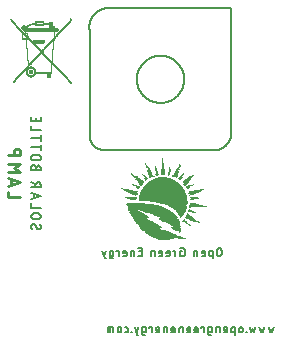
<source format=gbr>
G04 EAGLE Gerber RS-274X export*
G75*
%MOMM*%
%FSLAX34Y34*%
%LPD*%
%INSilkscreen Bottom*%
%IPPOS*%
%AMOC8*
5,1,8,0,0,1.08239X$1,22.5*%
G01*
%ADD10R,1.066800X0.076200*%
%ADD11R,0.685800X0.076200*%
%ADD12R,1.600200X0.076200*%
%ADD13R,2.590800X0.076200*%
%ADD14R,2.514600X0.076200*%
%ADD15R,2.438400X0.076200*%
%ADD16R,2.362200X0.076200*%
%ADD17R,2.286000X0.076200*%
%ADD18R,0.076200X0.076200*%
%ADD19R,2.133600X0.076200*%
%ADD20R,0.152400X0.076200*%
%ADD21R,2.057400X0.076200*%
%ADD22R,0.381000X0.076200*%
%ADD23R,1.905000X0.076200*%
%ADD24R,0.533400X0.076200*%
%ADD25R,1.828800X0.076200*%
%ADD26R,1.676400X0.076200*%
%ADD27R,0.762000X0.076200*%
%ADD28R,0.609600X0.076200*%
%ADD29R,1.752600X0.076200*%
%ADD30R,0.914400X0.076200*%
%ADD31R,0.228600X0.076200*%
%ADD32R,1.143000X0.076200*%
%ADD33R,0.304800X0.076200*%
%ADD34R,1.295400X0.076200*%
%ADD35R,1.447800X0.076200*%
%ADD36R,1.371600X0.076200*%
%ADD37R,0.457200X0.076200*%
%ADD38R,1.524000X0.076200*%
%ADD39R,1.219200X0.076200*%
%ADD40R,2.209800X0.076200*%
%ADD41R,0.990600X0.076200*%
%ADD42R,0.838200X0.076200*%
%ADD43R,3.352800X0.076200*%
%ADD44R,3.276600X0.076200*%
%ADD45R,3.124200X0.076200*%
%ADD46R,2.895600X0.076200*%
%ADD47R,2.743200X0.076200*%
%ADD48R,2.667000X0.076200*%
%ADD49R,3.200400X0.076200*%
%ADD50R,4.114800X0.076200*%
%ADD51R,4.038600X0.076200*%
%ADD52R,3.962400X0.076200*%
%ADD53R,3.886200X0.076200*%
%ADD54R,3.810000X0.076200*%
%ADD55R,3.733800X0.076200*%
%ADD56R,3.657600X0.076200*%
%ADD57R,3.581400X0.076200*%
%ADD58R,3.429000X0.076200*%
%ADD59R,2.971800X0.076200*%
%ADD60R,2.819400X0.076200*%
%ADD61C,0.152400*%
%ADD62R,0.007619X0.007619*%
%ADD63R,0.030481X0.007619*%
%ADD64R,0.045719X0.007619*%
%ADD65R,0.060956X0.007619*%
%ADD66R,0.076200X0.007619*%
%ADD67R,0.091438X0.007619*%
%ADD68R,0.099063X0.007619*%
%ADD69R,0.114300X0.007619*%
%ADD70R,0.137156X0.007619*%
%ADD71R,0.152400X0.007619*%
%ADD72R,0.167637X0.007619*%
%ADD73R,0.182881X0.007619*%
%ADD74R,0.022863X0.007619*%
%ADD75R,0.038100X0.007619*%
%ADD76R,0.182875X0.007619*%
%ADD77R,0.053338X0.007619*%
%ADD78R,0.106681X0.007619*%
%ADD79R,0.121919X0.007619*%
%ADD80R,0.190500X0.007619*%
%ADD81R,0.175256X0.007619*%
%ADD82R,0.175263X0.007619*%
%ADD83R,0.320038X0.007619*%
%ADD84R,0.137162X0.007619*%
%ADD85R,0.198119X0.007619*%
%ADD86R,0.259081X0.007619*%
%ADD87R,0.289563X0.007619*%
%ADD88R,0.335281X0.007619*%
%ADD89R,0.365762X0.007619*%
%ADD90R,0.396238X0.007619*%
%ADD91R,0.426719X0.007619*%
%ADD92R,0.441963X0.007619*%
%ADD93R,0.472438X0.007619*%
%ADD94R,0.487681X0.007619*%
%ADD95R,0.518162X0.007619*%
%ADD96R,0.533400X0.007619*%
%ADD97R,0.548638X0.007619*%
%ADD98R,0.563881X0.007619*%
%ADD99R,0.579119X0.007619*%
%ADD100R,0.594363X0.007619*%
%ADD101R,0.236219X0.007619*%
%ADD102R,0.220981X0.007619*%
%ADD103R,0.213356X0.007619*%
%ADD104R,0.205738X0.007619*%
%ADD105R,0.160019X0.007619*%
%ADD106R,0.060963X0.007619*%
%ADD107R,0.144775X0.007619*%
%ADD108R,0.144781X0.007619*%
%ADD109R,0.213363X0.007619*%
%ADD110R,0.228600X0.007619*%
%ADD111R,0.243838X0.007619*%
%ADD112R,1.485900X0.007619*%
%ADD113R,1.478281X0.007619*%
%ADD114R,0.274319X0.007619*%
%ADD115R,1.470656X0.007619*%
%ADD116R,0.304800X0.007619*%
%ADD117R,0.129537X0.007619*%
%ADD118R,1.478275X0.007619*%
%ADD119R,0.068575X0.007619*%
%ADD120R,0.312419X0.007619*%
%ADD121R,0.068581X0.007619*%
%ADD122R,0.365756X0.007619*%
%ADD123R,0.373381X0.007619*%
%ADD124R,0.388619X0.007619*%
%ADD125R,0.220975X0.007619*%
%ADD126R,0.403856X0.007619*%
%ADD127R,0.411475X0.007619*%
%ADD128R,0.251456X0.007619*%
%ADD129R,0.434338X0.007619*%
%ADD130R,0.297181X0.007619*%
%ADD131R,0.480063X0.007619*%
%ADD132R,0.777238X0.007619*%
%ADD133R,0.762000X0.007619*%
%ADD134R,0.746756X0.007619*%
%ADD135R,0.731519X0.007619*%
%ADD136R,0.502919X0.007619*%
%ADD137R,0.457200X0.007619*%
%ADD138R,0.411481X0.007619*%
%ADD139R,0.373375X0.007619*%
%ADD140R,0.358137X0.007619*%
%ADD141R,0.335275X0.007619*%
%ADD142R,0.251463X0.007619*%
%ADD143R,0.259075X0.007619*%
%ADD144R,0.266700X0.007619*%
%ADD145R,0.342900X0.007619*%
%ADD146R,0.327663X0.007619*%
%ADD147R,0.289556X0.007619*%
%ADD148R,0.297175X0.007619*%
%ADD149R,0.327656X0.007619*%
%ADD150R,0.350519X0.007619*%
%ADD151R,0.975356X0.007619*%
%ADD152R,0.990600X0.007619*%
%ADD153R,0.998219X0.007619*%
%ADD154R,1.005837X0.007619*%
%ADD155R,1.013456X0.007619*%
%ADD156R,1.021081X0.007619*%
%ADD157R,1.028700X0.007619*%
%ADD158R,1.036319X0.007619*%
%ADD159R,1.043937X0.007619*%
%ADD160R,1.051556X0.007619*%
%ADD161R,1.059181X0.007619*%
%ADD162R,1.066800X0.007619*%
%ADD163R,1.074419X0.007619*%
%ADD164R,1.082037X0.007619*%
%ADD165R,1.089656X0.007619*%
%ADD166R,1.097281X0.007619*%
%ADD167R,1.104900X0.007619*%
%ADD168R,1.112519X0.007619*%
%ADD169R,1.120138X0.007619*%
%ADD170R,1.127756X0.007619*%
%ADD171R,0.937256X0.007619*%
%ADD172R,0.685800X0.007619*%
%ADD173R,0.678181X0.007619*%
%ADD174R,0.670563X0.007619*%
%ADD175R,0.662938X0.007619*%
%ADD176R,0.655319X0.007619*%
%ADD177R,0.647700X0.007619*%
%ADD178R,0.640081X0.007619*%
%ADD179R,0.632463X0.007619*%
%ADD180R,0.624838X0.007619*%
%ADD181R,0.617219X0.007619*%
%ADD182R,0.083819X0.007619*%
%ADD183R,2.926075X0.007619*%
%ADD184R,2.941319X0.007619*%
%ADD185R,2.948937X0.007619*%
%ADD186R,2.971800X0.007619*%
%ADD187R,2.994656X0.007619*%
%ADD188R,3.002281X0.007619*%
%ADD189R,3.017519X0.007619*%
%ADD190R,3.025138X0.007619*%
%ADD191R,3.040381X0.007619*%
%ADD192R,3.048000X0.007619*%
%ADD193R,3.055619X0.007619*%
%ADD194R,3.063238X0.007619*%
%ADD195R,3.070856X0.007619*%
%ADD196R,3.078481X0.007619*%
%ADD197R,3.086100X0.007619*%
%ADD198R,3.093719X0.007619*%
%ADD199R,3.101338X0.007619*%
%ADD200R,0.419100X0.007619*%
%ADD201R,0.441956X0.007619*%
%ADD202R,0.449581X0.007619*%
%ADD203R,0.449575X0.007619*%
%ADD204R,0.464819X0.007619*%
%ADD205R,0.480056X0.007619*%
%ADD206R,0.099056X0.007619*%
%ADD207R,0.106675X0.007619*%
%ADD208R,0.281938X0.007619*%
%ADD209R,0.784863X0.007619*%
%ADD210R,0.015238X0.007619*%
%ADD211R,0.022856X0.007619*%
%ADD212C,0.203200*%
%ADD213C,0.254000*%
%ADD214C,0.127000*%


D10*
X371475Y224028D03*
D11*
X386334Y224790D03*
D12*
X371856Y224790D03*
D13*
X374523Y225552D03*
D14*
X372618Y226314D03*
D15*
X370713Y227076D03*
D16*
X369570Y227838D03*
D17*
X367665Y228600D03*
D18*
X384810Y229362D03*
D19*
X366141Y229362D03*
D20*
X384429Y230124D03*
D21*
X364998Y230124D03*
D22*
X384048Y230886D03*
D23*
X363474Y230886D03*
D24*
X383286Y231648D03*
D25*
X361569Y231648D03*
D11*
X382524Y232410D03*
D26*
X360045Y232410D03*
D27*
X382143Y233172D03*
D26*
X359283Y233172D03*
D27*
X381381Y233934D03*
D23*
X360426Y233934D03*
D28*
X382143Y234696D03*
D25*
X359283Y234696D03*
D20*
X392811Y235458D03*
D27*
X381381Y235458D03*
D29*
X358140Y235458D03*
D20*
X392049Y236220D03*
D30*
X380619Y236220D03*
D29*
X357378Y236220D03*
D31*
X390906Y236982D03*
D10*
X379857Y236982D03*
D26*
X356235Y236982D03*
D20*
X400431Y237744D03*
D31*
X390144Y237744D03*
D32*
X378714Y237744D03*
D12*
X355092Y237744D03*
D33*
X398907Y238506D03*
D31*
X389382Y238506D03*
D34*
X377952Y238506D03*
D35*
X354330Y238506D03*
D33*
X397383Y239268D03*
X388239Y239268D03*
D35*
X377190Y239268D03*
D36*
X353187Y239268D03*
D37*
X395859Y240030D03*
D20*
X388239Y240030D03*
D38*
X376047Y240030D03*
D36*
X352425Y240030D03*
D24*
X394716Y240792D03*
D18*
X388620Y240792D03*
D26*
X375285Y240792D03*
D39*
X351663Y240792D03*
D11*
X393192Y241554D03*
D12*
X374904Y241554D03*
D39*
X350901Y241554D03*
D28*
X392049Y242316D03*
D18*
X385572Y242316D03*
D38*
X375285Y242316D03*
D36*
X351663Y242316D03*
D37*
X392049Y243078D03*
D20*
X385953Y243078D03*
D26*
X373761Y243078D03*
D36*
X350901Y243078D03*
D22*
X391668Y243840D03*
D33*
X385953Y243840D03*
D25*
X372237Y243840D03*
D34*
X349758Y243840D03*
D31*
X391668Y244602D03*
D37*
X385953Y244602D03*
D23*
X371094Y244602D03*
D39*
X349377Y244602D03*
D18*
X391668Y245364D03*
D37*
X385953Y245364D03*
D21*
X369570Y245364D03*
D32*
X348234Y245364D03*
D28*
X385953Y246126D03*
D40*
X368046Y246126D03*
D10*
X347853Y246126D03*
D22*
X396240Y246888D03*
D11*
X385572Y246888D03*
D17*
X366903Y246888D03*
D41*
X346710Y246888D03*
D37*
X394335Y247650D03*
D42*
X385572Y247650D03*
D16*
X364998Y247650D03*
D30*
X346329Y247650D03*
D33*
X393573Y248412D03*
D30*
X385191Y248412D03*
D14*
X363474Y248412D03*
D42*
X345186Y248412D03*
D18*
X393192Y249174D03*
D10*
X384429Y249174D03*
D43*
X357759Y249174D03*
D39*
X384429Y249936D03*
D44*
X356616Y249936D03*
D20*
X393573Y250698D03*
D36*
X383667Y250698D03*
D45*
X355854Y250698D03*
D35*
X400050Y251460D03*
X383286Y251460D03*
D46*
X354711Y251460D03*
D32*
X398526Y252222D03*
D12*
X382524Y252222D03*
D47*
X353187Y252222D03*
D27*
X397383Y252984D03*
D25*
X381381Y252984D03*
D16*
X350520Y252984D03*
D37*
X395859Y253746D03*
D21*
X381000Y253746D03*
D12*
X347472Y253746D03*
D20*
X394335Y254508D03*
D16*
X379476Y254508D03*
D48*
X377952Y255270D03*
D49*
X375285Y256032D03*
D50*
X370713Y256794D03*
D33*
X395097Y257556D03*
D50*
X370713Y257556D03*
D37*
X344805Y257556D03*
D11*
X397002Y258318D03*
D51*
X370332Y258318D03*
D42*
X343662Y258318D03*
D11*
X396240Y259080D03*
D51*
X370332Y259080D03*
D41*
X342900Y259080D03*
D51*
X370332Y259842D03*
D18*
X393192Y260604D03*
D51*
X370332Y260604D03*
D18*
X347472Y260604D03*
D31*
X393954Y261366D03*
D52*
X370713Y261366D03*
D31*
X346710Y261366D03*
D22*
X394716Y262128D03*
D53*
X370332Y262128D03*
D37*
X346329Y262128D03*
D28*
X395097Y262890D03*
D53*
X370332Y262890D03*
D28*
X345567Y262890D03*
D42*
X396240Y263652D03*
D54*
X370713Y263652D03*
D27*
X344805Y263652D03*
D41*
X397002Y264414D03*
D55*
X370332Y264414D03*
D41*
X344424Y264414D03*
D11*
X400050Y265176D03*
D56*
X370713Y265176D03*
D27*
X341757Y265176D03*
D22*
X403098Y265938D03*
D57*
X370332Y265938D03*
D37*
X338709Y265938D03*
D20*
X391287Y266700D03*
D58*
X370332Y266700D03*
D20*
X349377Y266700D03*
X335661Y266700D03*
D33*
X391287Y267462D03*
D43*
X370713Y267462D03*
D33*
X349377Y267462D03*
D22*
X391668Y268224D03*
D44*
X370332Y268224D03*
D22*
X348996Y268224D03*
D33*
X393573Y268986D03*
D45*
X370332Y268986D03*
D31*
X347472Y268986D03*
X394716Y269748D03*
D20*
X389001Y269748D03*
D59*
X370332Y269748D03*
D20*
X351663Y269748D03*
D31*
X345948Y269748D03*
D18*
X396240Y270510D03*
D33*
X389001Y270510D03*
D60*
X370332Y270510D03*
D33*
X351663Y270510D03*
D20*
X344805Y270510D03*
D22*
X389382Y271272D03*
D48*
X370332Y271272D03*
D22*
X352044Y271272D03*
D24*
X389382Y272034D03*
D14*
X370332Y272034D03*
D24*
X352044Y272034D03*
X389382Y272796D03*
D17*
X370713Y272796D03*
D24*
X351282Y272796D03*
D37*
X390525Y273558D03*
D21*
X370332Y273558D03*
D18*
X355854Y273558D03*
D24*
X350520Y273558D03*
D37*
X391287Y274320D03*
D20*
X384429Y274320D03*
D29*
X370332Y274320D03*
D20*
X356235Y274320D03*
D37*
X349377Y274320D03*
D22*
X392430Y275082D03*
D33*
X384429Y275082D03*
D34*
X370332Y275082D03*
D33*
X356235Y275082D03*
D22*
X348996Y275082D03*
D33*
X393573Y275844D03*
X385191Y275844D03*
D18*
X381762Y275844D03*
D27*
X370713Y275844D03*
D20*
X359283Y275844D03*
D31*
X355854Y275844D03*
D33*
X347853Y275844D03*
X394335Y276606D03*
D31*
X385572Y276606D03*
X381000Y276606D03*
D33*
X360045Y276606D03*
D31*
X355092Y276606D03*
D33*
X347091Y276606D03*
D20*
X395097Y277368D03*
X385953Y277368D03*
D37*
X380619Y277368D03*
X360807Y277368D03*
D20*
X354711Y277368D03*
D31*
X345948Y277368D03*
D20*
X395859Y278130D03*
X386715Y278130D03*
D37*
X380619Y278130D03*
D18*
X375666Y278130D03*
D31*
X364998Y278130D03*
D22*
X360426Y278130D03*
D20*
X353949Y278130D03*
D31*
X345186Y278130D03*
D20*
X387477Y278892D03*
D22*
X381000Y278892D03*
D31*
X375666Y278892D03*
D22*
X370332Y278892D03*
D33*
X365379Y278892D03*
D22*
X359664Y278892D03*
D18*
X353568Y278892D03*
D20*
X344043Y278892D03*
D18*
X387858Y279654D03*
D33*
X381381Y279654D03*
D31*
X375666Y279654D03*
D22*
X370332Y279654D03*
D31*
X364998Y279654D03*
D22*
X359664Y279654D03*
D18*
X343662Y279654D03*
D22*
X381762Y280416D03*
D31*
X375666Y280416D03*
D22*
X370332Y280416D03*
D31*
X364998Y280416D03*
D33*
X359283Y280416D03*
X382143Y281178D03*
D20*
X376047Y281178D03*
D22*
X370332Y281178D03*
D31*
X364998Y281178D03*
D33*
X358521Y281178D03*
D31*
X382524Y281940D03*
D20*
X376047Y281940D03*
D22*
X370332Y281940D03*
D20*
X364617Y281940D03*
D33*
X358521Y281940D03*
X382905Y282702D03*
D20*
X376047Y282702D03*
D22*
X370332Y282702D03*
D20*
X364617Y282702D03*
D31*
X358140Y282702D03*
X383286Y283464D03*
D18*
X376428Y283464D03*
D31*
X370332Y283464D03*
D20*
X364617Y283464D03*
D31*
X358140Y283464D03*
D20*
X383667Y284226D03*
D18*
X376428Y284226D03*
D31*
X370332Y284226D03*
D18*
X364236Y284226D03*
D31*
X357378Y284226D03*
D20*
X383667Y284988D03*
D18*
X376428Y284988D03*
D31*
X370332Y284988D03*
D18*
X364236Y284988D03*
D20*
X356997Y284988D03*
X384429Y285750D03*
D31*
X370332Y285750D03*
D18*
X364236Y285750D03*
D20*
X356997Y285750D03*
X384429Y286512D03*
D31*
X370332Y286512D03*
D18*
X356616Y286512D03*
X384810Y287274D03*
D31*
X370332Y287274D03*
D18*
X355854Y287274D03*
D20*
X370713Y288036D03*
D18*
X355854Y288036D03*
X370332Y288798D03*
X370332Y289560D03*
X370332Y290322D03*
X370332Y291084D03*
X370332Y291846D03*
D61*
X419862Y215082D02*
X419862Y212146D01*
X419862Y215082D02*
X419860Y215167D01*
X419854Y215251D01*
X419844Y215335D01*
X419831Y215419D01*
X419813Y215502D01*
X419792Y215584D01*
X419767Y215665D01*
X419738Y215745D01*
X419706Y215823D01*
X419670Y215899D01*
X419630Y215974D01*
X419587Y216047D01*
X419541Y216118D01*
X419492Y216187D01*
X419439Y216254D01*
X419383Y216318D01*
X419325Y216379D01*
X419264Y216437D01*
X419200Y216493D01*
X419133Y216546D01*
X419064Y216595D01*
X418993Y216641D01*
X418920Y216684D01*
X418845Y216724D01*
X418769Y216760D01*
X418691Y216792D01*
X418611Y216821D01*
X418530Y216846D01*
X418448Y216867D01*
X418365Y216885D01*
X418281Y216898D01*
X418197Y216908D01*
X418113Y216914D01*
X418028Y216916D01*
X417943Y216914D01*
X417859Y216908D01*
X417775Y216898D01*
X417691Y216885D01*
X417608Y216867D01*
X417526Y216846D01*
X417445Y216821D01*
X417365Y216792D01*
X417287Y216760D01*
X417211Y216724D01*
X417136Y216684D01*
X417063Y216641D01*
X416992Y216595D01*
X416923Y216546D01*
X416856Y216493D01*
X416792Y216437D01*
X416731Y216379D01*
X416673Y216318D01*
X416617Y216254D01*
X416564Y216187D01*
X416515Y216118D01*
X416469Y216047D01*
X416426Y215974D01*
X416386Y215899D01*
X416350Y215823D01*
X416318Y215745D01*
X416289Y215665D01*
X416264Y215584D01*
X416243Y215502D01*
X416225Y215419D01*
X416212Y215335D01*
X416202Y215251D01*
X416196Y215167D01*
X416194Y215082D01*
X416193Y215082D02*
X416193Y212146D01*
X416194Y212146D02*
X416196Y212061D01*
X416202Y211977D01*
X416212Y211893D01*
X416225Y211809D01*
X416243Y211726D01*
X416264Y211644D01*
X416289Y211563D01*
X416318Y211483D01*
X416350Y211405D01*
X416386Y211329D01*
X416426Y211254D01*
X416469Y211181D01*
X416515Y211110D01*
X416564Y211041D01*
X416617Y210974D01*
X416673Y210910D01*
X416731Y210849D01*
X416792Y210791D01*
X416856Y210735D01*
X416923Y210682D01*
X416992Y210633D01*
X417063Y210587D01*
X417136Y210544D01*
X417211Y210504D01*
X417287Y210468D01*
X417365Y210436D01*
X417445Y210407D01*
X417526Y210382D01*
X417608Y210361D01*
X417691Y210343D01*
X417775Y210330D01*
X417859Y210320D01*
X417943Y210314D01*
X418028Y210312D01*
X418113Y210314D01*
X418197Y210320D01*
X418281Y210330D01*
X418365Y210343D01*
X418448Y210361D01*
X418530Y210382D01*
X418611Y210407D01*
X418691Y210436D01*
X418769Y210468D01*
X418845Y210504D01*
X418920Y210544D01*
X418993Y210587D01*
X419064Y210633D01*
X419133Y210682D01*
X419200Y210735D01*
X419264Y210791D01*
X419325Y210849D01*
X419383Y210910D01*
X419439Y210974D01*
X419492Y211041D01*
X419541Y211110D01*
X419587Y211181D01*
X419630Y211254D01*
X419670Y211329D01*
X419706Y211405D01*
X419738Y211483D01*
X419767Y211563D01*
X419792Y211644D01*
X419813Y211726D01*
X419831Y211809D01*
X419844Y211893D01*
X419854Y211977D01*
X419860Y212061D01*
X419862Y212146D01*
X412361Y214715D02*
X412361Y208111D01*
X412361Y214715D02*
X410526Y214715D01*
X410462Y214713D01*
X410398Y214708D01*
X410335Y214698D01*
X410272Y214685D01*
X410210Y214669D01*
X410149Y214649D01*
X410090Y214625D01*
X410032Y214598D01*
X409976Y214567D01*
X409921Y214534D01*
X409869Y214497D01*
X409818Y214457D01*
X409770Y214415D01*
X409725Y214370D01*
X409683Y214322D01*
X409643Y214271D01*
X409606Y214219D01*
X409573Y214165D01*
X409542Y214108D01*
X409515Y214050D01*
X409491Y213991D01*
X409471Y213930D01*
X409455Y213868D01*
X409442Y213805D01*
X409432Y213742D01*
X409427Y213678D01*
X409425Y213614D01*
X409426Y213614D02*
X409426Y211413D01*
X409425Y211413D02*
X409427Y211349D01*
X409432Y211285D01*
X409442Y211222D01*
X409455Y211159D01*
X409471Y211097D01*
X409491Y211036D01*
X409515Y210977D01*
X409542Y210919D01*
X409573Y210863D01*
X409606Y210808D01*
X409643Y210756D01*
X409683Y210705D01*
X409725Y210657D01*
X409770Y210612D01*
X409818Y210570D01*
X409869Y210530D01*
X409921Y210493D01*
X409976Y210460D01*
X410032Y210429D01*
X410090Y210402D01*
X410149Y210378D01*
X410210Y210358D01*
X410272Y210342D01*
X410335Y210329D01*
X410398Y210319D01*
X410462Y210314D01*
X410526Y210312D01*
X412361Y210312D01*
X404983Y210312D02*
X403149Y210312D01*
X404983Y210312D02*
X405047Y210314D01*
X405111Y210319D01*
X405174Y210329D01*
X405237Y210342D01*
X405299Y210358D01*
X405360Y210378D01*
X405419Y210402D01*
X405477Y210429D01*
X405534Y210460D01*
X405588Y210493D01*
X405640Y210530D01*
X405691Y210570D01*
X405739Y210612D01*
X405784Y210657D01*
X405826Y210705D01*
X405866Y210756D01*
X405903Y210808D01*
X405937Y210863D01*
X405967Y210919D01*
X405994Y210977D01*
X406018Y211036D01*
X406038Y211097D01*
X406054Y211159D01*
X406067Y211222D01*
X406077Y211285D01*
X406082Y211349D01*
X406084Y211413D01*
X406084Y213247D01*
X406082Y213323D01*
X406076Y213398D01*
X406067Y213473D01*
X406053Y213547D01*
X406036Y213621D01*
X406014Y213693D01*
X405990Y213765D01*
X405961Y213835D01*
X405929Y213903D01*
X405894Y213970D01*
X405855Y214035D01*
X405812Y214098D01*
X405767Y214158D01*
X405719Y214216D01*
X405667Y214272D01*
X405613Y214324D01*
X405556Y214374D01*
X405497Y214421D01*
X405436Y214465D01*
X405372Y214506D01*
X405306Y214543D01*
X405238Y214577D01*
X405169Y214607D01*
X405098Y214634D01*
X405026Y214657D01*
X404953Y214676D01*
X404879Y214691D01*
X404804Y214703D01*
X404729Y214711D01*
X404654Y214715D01*
X404578Y214715D01*
X404503Y214711D01*
X404428Y214703D01*
X404353Y214691D01*
X404279Y214676D01*
X404206Y214657D01*
X404134Y214634D01*
X404063Y214607D01*
X403994Y214577D01*
X403926Y214543D01*
X403860Y214506D01*
X403796Y214465D01*
X403735Y214421D01*
X403676Y214374D01*
X403619Y214324D01*
X403565Y214272D01*
X403513Y214216D01*
X403465Y214158D01*
X403420Y214098D01*
X403377Y214035D01*
X403338Y213970D01*
X403303Y213903D01*
X403271Y213835D01*
X403242Y213765D01*
X403218Y213693D01*
X403196Y213621D01*
X403179Y213547D01*
X403165Y213473D01*
X403156Y213398D01*
X403150Y213323D01*
X403148Y213247D01*
X403149Y213247D02*
X403149Y212513D01*
X406084Y212513D01*
X399500Y210312D02*
X399500Y214715D01*
X397666Y214715D01*
X397602Y214713D01*
X397538Y214708D01*
X397475Y214698D01*
X397412Y214685D01*
X397350Y214669D01*
X397289Y214649D01*
X397230Y214625D01*
X397172Y214598D01*
X397116Y214567D01*
X397061Y214534D01*
X397009Y214497D01*
X396958Y214457D01*
X396910Y214415D01*
X396865Y214370D01*
X396823Y214322D01*
X396783Y214271D01*
X396746Y214219D01*
X396713Y214165D01*
X396682Y214108D01*
X396655Y214050D01*
X396631Y213991D01*
X396611Y213930D01*
X396595Y213868D01*
X396582Y213805D01*
X396572Y213742D01*
X396567Y213678D01*
X396565Y213614D01*
X396565Y210312D01*
X386082Y213981D02*
X384982Y213981D01*
X384982Y210312D01*
X387183Y210312D01*
X387257Y210314D01*
X387332Y210320D01*
X387405Y210329D01*
X387479Y210342D01*
X387551Y210359D01*
X387622Y210379D01*
X387693Y210403D01*
X387762Y210431D01*
X387830Y210462D01*
X387895Y210496D01*
X387960Y210534D01*
X388022Y210575D01*
X388082Y210619D01*
X388139Y210666D01*
X388194Y210716D01*
X388247Y210769D01*
X388297Y210824D01*
X388344Y210881D01*
X388388Y210941D01*
X388429Y211003D01*
X388467Y211068D01*
X388501Y211134D01*
X388532Y211201D01*
X388560Y211270D01*
X388584Y211341D01*
X388604Y211412D01*
X388621Y211485D01*
X388634Y211558D01*
X388643Y211632D01*
X388649Y211706D01*
X388651Y211780D01*
X388651Y215448D01*
X388649Y215522D01*
X388643Y215597D01*
X388634Y215670D01*
X388621Y215743D01*
X388604Y215816D01*
X388584Y215887D01*
X388560Y215958D01*
X388532Y216027D01*
X388501Y216094D01*
X388467Y216160D01*
X388429Y216225D01*
X388388Y216287D01*
X388344Y216347D01*
X388297Y216404D01*
X388247Y216459D01*
X388194Y216512D01*
X388139Y216562D01*
X388082Y216609D01*
X388022Y216653D01*
X387960Y216694D01*
X387895Y216732D01*
X387830Y216766D01*
X387762Y216797D01*
X387693Y216825D01*
X387623Y216849D01*
X387551Y216869D01*
X387479Y216886D01*
X387405Y216899D01*
X387332Y216908D01*
X387257Y216914D01*
X387183Y216916D01*
X384982Y216916D01*
X380897Y214715D02*
X380897Y210312D01*
X380897Y214715D02*
X378696Y214715D01*
X378696Y213981D01*
X374991Y210312D02*
X373157Y210312D01*
X374991Y210312D02*
X375055Y210314D01*
X375119Y210319D01*
X375182Y210329D01*
X375245Y210342D01*
X375307Y210358D01*
X375368Y210378D01*
X375427Y210402D01*
X375485Y210429D01*
X375542Y210460D01*
X375596Y210493D01*
X375648Y210530D01*
X375699Y210570D01*
X375747Y210612D01*
X375792Y210657D01*
X375834Y210705D01*
X375874Y210756D01*
X375911Y210808D01*
X375945Y210863D01*
X375975Y210919D01*
X376002Y210977D01*
X376026Y211036D01*
X376046Y211097D01*
X376062Y211159D01*
X376075Y211222D01*
X376085Y211285D01*
X376090Y211349D01*
X376092Y211413D01*
X376092Y213247D01*
X376090Y213323D01*
X376084Y213398D01*
X376075Y213473D01*
X376061Y213547D01*
X376044Y213621D01*
X376022Y213693D01*
X375998Y213765D01*
X375969Y213835D01*
X375937Y213903D01*
X375902Y213970D01*
X375863Y214035D01*
X375820Y214098D01*
X375775Y214158D01*
X375727Y214216D01*
X375675Y214272D01*
X375621Y214324D01*
X375564Y214374D01*
X375505Y214421D01*
X375444Y214465D01*
X375380Y214506D01*
X375314Y214543D01*
X375246Y214577D01*
X375177Y214607D01*
X375106Y214634D01*
X375034Y214657D01*
X374961Y214676D01*
X374887Y214691D01*
X374812Y214703D01*
X374737Y214711D01*
X374662Y214715D01*
X374586Y214715D01*
X374511Y214711D01*
X374436Y214703D01*
X374361Y214691D01*
X374287Y214676D01*
X374214Y214657D01*
X374142Y214634D01*
X374071Y214607D01*
X374002Y214577D01*
X373934Y214543D01*
X373868Y214506D01*
X373804Y214465D01*
X373743Y214421D01*
X373684Y214374D01*
X373627Y214324D01*
X373573Y214272D01*
X373521Y214216D01*
X373473Y214158D01*
X373428Y214098D01*
X373385Y214035D01*
X373346Y213970D01*
X373311Y213903D01*
X373279Y213835D01*
X373250Y213765D01*
X373226Y213693D01*
X373204Y213621D01*
X373187Y213547D01*
X373173Y213473D01*
X373164Y213398D01*
X373158Y213323D01*
X373156Y213247D01*
X373157Y213247D02*
X373157Y212513D01*
X376092Y212513D01*
X368651Y210312D02*
X366817Y210312D01*
X368651Y210312D02*
X368715Y210314D01*
X368779Y210319D01*
X368842Y210329D01*
X368905Y210342D01*
X368967Y210358D01*
X369028Y210378D01*
X369087Y210402D01*
X369145Y210429D01*
X369202Y210460D01*
X369256Y210493D01*
X369308Y210530D01*
X369359Y210570D01*
X369407Y210612D01*
X369452Y210657D01*
X369494Y210705D01*
X369534Y210756D01*
X369571Y210808D01*
X369605Y210863D01*
X369635Y210919D01*
X369662Y210977D01*
X369686Y211036D01*
X369706Y211097D01*
X369722Y211159D01*
X369735Y211222D01*
X369745Y211285D01*
X369750Y211349D01*
X369752Y211413D01*
X369752Y213247D01*
X369750Y213323D01*
X369744Y213398D01*
X369735Y213473D01*
X369721Y213547D01*
X369704Y213621D01*
X369682Y213693D01*
X369658Y213765D01*
X369629Y213835D01*
X369597Y213903D01*
X369562Y213970D01*
X369523Y214035D01*
X369480Y214098D01*
X369435Y214158D01*
X369387Y214216D01*
X369335Y214272D01*
X369281Y214324D01*
X369224Y214374D01*
X369165Y214421D01*
X369104Y214465D01*
X369040Y214506D01*
X368974Y214543D01*
X368906Y214577D01*
X368837Y214607D01*
X368766Y214634D01*
X368694Y214657D01*
X368621Y214676D01*
X368547Y214691D01*
X368472Y214703D01*
X368397Y214711D01*
X368322Y214715D01*
X368246Y214715D01*
X368171Y214711D01*
X368096Y214703D01*
X368021Y214691D01*
X367947Y214676D01*
X367874Y214657D01*
X367802Y214634D01*
X367731Y214607D01*
X367662Y214577D01*
X367594Y214543D01*
X367528Y214506D01*
X367464Y214465D01*
X367403Y214421D01*
X367344Y214374D01*
X367287Y214324D01*
X367233Y214272D01*
X367181Y214216D01*
X367133Y214158D01*
X367088Y214098D01*
X367045Y214035D01*
X367006Y213970D01*
X366971Y213903D01*
X366939Y213835D01*
X366910Y213765D01*
X366886Y213693D01*
X366864Y213621D01*
X366847Y213547D01*
X366833Y213473D01*
X366824Y213398D01*
X366818Y213323D01*
X366816Y213247D01*
X366817Y213247D02*
X366817Y212513D01*
X369752Y212513D01*
X363168Y210312D02*
X363168Y214715D01*
X361334Y214715D01*
X361270Y214713D01*
X361206Y214708D01*
X361143Y214698D01*
X361080Y214685D01*
X361018Y214669D01*
X360957Y214649D01*
X360898Y214625D01*
X360840Y214598D01*
X360784Y214567D01*
X360729Y214534D01*
X360677Y214497D01*
X360626Y214457D01*
X360578Y214415D01*
X360533Y214370D01*
X360491Y214322D01*
X360451Y214271D01*
X360414Y214219D01*
X360381Y214165D01*
X360350Y214108D01*
X360323Y214050D01*
X360299Y213991D01*
X360279Y213930D01*
X360263Y213868D01*
X360250Y213805D01*
X360240Y213742D01*
X360235Y213678D01*
X360233Y213614D01*
X360233Y210312D01*
X352294Y210312D02*
X349359Y210312D01*
X352294Y210312D02*
X352294Y216916D01*
X349359Y216916D01*
X350093Y213981D02*
X352294Y213981D01*
X346100Y214715D02*
X346100Y210312D01*
X346100Y214715D02*
X344265Y214715D01*
X344201Y214713D01*
X344137Y214708D01*
X344074Y214698D01*
X344011Y214685D01*
X343949Y214669D01*
X343888Y214649D01*
X343829Y214625D01*
X343771Y214598D01*
X343715Y214567D01*
X343660Y214534D01*
X343608Y214497D01*
X343557Y214457D01*
X343509Y214415D01*
X343464Y214370D01*
X343422Y214322D01*
X343382Y214271D01*
X343345Y214219D01*
X343312Y214165D01*
X343281Y214108D01*
X343254Y214050D01*
X343230Y213991D01*
X343210Y213930D01*
X343194Y213868D01*
X343181Y213805D01*
X343171Y213742D01*
X343166Y213678D01*
X343164Y213614D01*
X343164Y210312D01*
X338415Y210312D02*
X336581Y210312D01*
X338415Y210312D02*
X338479Y210314D01*
X338543Y210319D01*
X338606Y210329D01*
X338669Y210342D01*
X338731Y210358D01*
X338792Y210378D01*
X338851Y210402D01*
X338909Y210429D01*
X338966Y210460D01*
X339020Y210493D01*
X339072Y210530D01*
X339123Y210570D01*
X339171Y210612D01*
X339216Y210657D01*
X339258Y210705D01*
X339298Y210756D01*
X339335Y210808D01*
X339369Y210863D01*
X339399Y210919D01*
X339426Y210977D01*
X339450Y211036D01*
X339470Y211097D01*
X339486Y211159D01*
X339499Y211222D01*
X339509Y211285D01*
X339514Y211349D01*
X339516Y211413D01*
X339516Y213247D01*
X339514Y213323D01*
X339508Y213398D01*
X339499Y213473D01*
X339485Y213547D01*
X339468Y213621D01*
X339446Y213693D01*
X339422Y213765D01*
X339393Y213835D01*
X339361Y213903D01*
X339326Y213970D01*
X339287Y214035D01*
X339244Y214098D01*
X339199Y214158D01*
X339151Y214216D01*
X339099Y214272D01*
X339045Y214324D01*
X338988Y214374D01*
X338929Y214421D01*
X338868Y214465D01*
X338804Y214506D01*
X338738Y214543D01*
X338670Y214577D01*
X338601Y214607D01*
X338530Y214634D01*
X338458Y214657D01*
X338385Y214676D01*
X338311Y214691D01*
X338236Y214703D01*
X338161Y214711D01*
X338086Y214715D01*
X338010Y214715D01*
X337935Y214711D01*
X337860Y214703D01*
X337785Y214691D01*
X337711Y214676D01*
X337638Y214657D01*
X337566Y214634D01*
X337495Y214607D01*
X337426Y214577D01*
X337358Y214543D01*
X337292Y214506D01*
X337228Y214465D01*
X337167Y214421D01*
X337108Y214374D01*
X337051Y214324D01*
X336997Y214272D01*
X336945Y214216D01*
X336897Y214158D01*
X336852Y214098D01*
X336809Y214035D01*
X336770Y213970D01*
X336735Y213903D01*
X336703Y213835D01*
X336674Y213765D01*
X336650Y213693D01*
X336628Y213621D01*
X336611Y213547D01*
X336597Y213473D01*
X336588Y213398D01*
X336582Y213323D01*
X336580Y213247D01*
X336581Y213247D02*
X336581Y212513D01*
X339516Y212513D01*
X332861Y210312D02*
X332861Y214715D01*
X330660Y214715D01*
X330660Y213981D01*
X327018Y210312D02*
X325183Y210312D01*
X327018Y210312D02*
X327082Y210314D01*
X327146Y210319D01*
X327209Y210329D01*
X327272Y210342D01*
X327334Y210358D01*
X327395Y210378D01*
X327454Y210402D01*
X327512Y210429D01*
X327569Y210460D01*
X327623Y210493D01*
X327675Y210530D01*
X327726Y210570D01*
X327774Y210612D01*
X327819Y210657D01*
X327861Y210705D01*
X327901Y210756D01*
X327938Y210808D01*
X327972Y210863D01*
X328002Y210919D01*
X328029Y210977D01*
X328053Y211036D01*
X328073Y211097D01*
X328089Y211159D01*
X328102Y211222D01*
X328112Y211285D01*
X328117Y211349D01*
X328119Y211413D01*
X328119Y213614D01*
X328117Y213678D01*
X328112Y213742D01*
X328102Y213805D01*
X328089Y213868D01*
X328073Y213930D01*
X328053Y213991D01*
X328029Y214050D01*
X328002Y214108D01*
X327971Y214165D01*
X327938Y214219D01*
X327901Y214271D01*
X327861Y214322D01*
X327819Y214370D01*
X327774Y214415D01*
X327726Y214457D01*
X327675Y214497D01*
X327623Y214534D01*
X327569Y214567D01*
X327512Y214598D01*
X327454Y214625D01*
X327395Y214649D01*
X327334Y214669D01*
X327272Y214685D01*
X327209Y214698D01*
X327146Y214708D01*
X327082Y214713D01*
X327018Y214715D01*
X325183Y214715D01*
X325183Y209211D01*
X325185Y209147D01*
X325190Y209083D01*
X325200Y209020D01*
X325213Y208957D01*
X325229Y208895D01*
X325249Y208834D01*
X325273Y208775D01*
X325300Y208717D01*
X325331Y208661D01*
X325364Y208606D01*
X325401Y208554D01*
X325441Y208503D01*
X325483Y208455D01*
X325528Y208410D01*
X325576Y208368D01*
X325627Y208328D01*
X325679Y208291D01*
X325734Y208258D01*
X325790Y208227D01*
X325848Y208200D01*
X325907Y208176D01*
X325968Y208156D01*
X326030Y208140D01*
X326093Y208127D01*
X326156Y208117D01*
X326220Y208112D01*
X326284Y208110D01*
X326284Y208111D02*
X327752Y208111D01*
X321716Y208111D02*
X320982Y208111D01*
X318781Y214715D01*
X321716Y214715D02*
X320248Y210312D01*
X464058Y149945D02*
X462957Y145542D01*
X461857Y148477D01*
X460756Y145542D01*
X459655Y149945D01*
X456255Y149945D02*
X455155Y145542D01*
X454054Y148477D01*
X452953Y145542D01*
X451853Y149945D01*
X448452Y149945D02*
X447352Y145542D01*
X446251Y148477D01*
X445150Y145542D01*
X444050Y149945D01*
X441070Y145909D02*
X441070Y145542D01*
X441070Y145909D02*
X440703Y145909D01*
X440703Y145542D01*
X441070Y145542D01*
X437721Y147010D02*
X437721Y148477D01*
X437722Y148477D02*
X437720Y148553D01*
X437714Y148628D01*
X437705Y148703D01*
X437691Y148777D01*
X437674Y148851D01*
X437652Y148923D01*
X437628Y148995D01*
X437599Y149065D01*
X437567Y149133D01*
X437532Y149200D01*
X437493Y149265D01*
X437450Y149328D01*
X437405Y149388D01*
X437357Y149446D01*
X437305Y149502D01*
X437251Y149554D01*
X437194Y149604D01*
X437135Y149651D01*
X437074Y149695D01*
X437010Y149736D01*
X436944Y149773D01*
X436876Y149807D01*
X436807Y149837D01*
X436736Y149864D01*
X436664Y149887D01*
X436591Y149906D01*
X436517Y149921D01*
X436442Y149933D01*
X436367Y149941D01*
X436292Y149945D01*
X436216Y149945D01*
X436141Y149941D01*
X436066Y149933D01*
X435991Y149921D01*
X435917Y149906D01*
X435844Y149887D01*
X435772Y149864D01*
X435701Y149837D01*
X435632Y149807D01*
X435564Y149773D01*
X435498Y149736D01*
X435434Y149695D01*
X435373Y149651D01*
X435314Y149604D01*
X435257Y149554D01*
X435203Y149502D01*
X435151Y149446D01*
X435103Y149388D01*
X435058Y149328D01*
X435015Y149265D01*
X434976Y149200D01*
X434941Y149133D01*
X434909Y149065D01*
X434880Y148995D01*
X434856Y148923D01*
X434834Y148851D01*
X434817Y148777D01*
X434803Y148703D01*
X434794Y148628D01*
X434788Y148553D01*
X434786Y148477D01*
X434786Y147010D01*
X434788Y146934D01*
X434794Y146859D01*
X434803Y146784D01*
X434817Y146710D01*
X434834Y146636D01*
X434856Y146564D01*
X434880Y146492D01*
X434909Y146422D01*
X434941Y146354D01*
X434976Y146287D01*
X435015Y146222D01*
X435058Y146159D01*
X435103Y146099D01*
X435151Y146041D01*
X435203Y145985D01*
X435257Y145933D01*
X435314Y145883D01*
X435373Y145836D01*
X435434Y145792D01*
X435498Y145751D01*
X435564Y145714D01*
X435632Y145680D01*
X435701Y145650D01*
X435772Y145623D01*
X435844Y145600D01*
X435917Y145581D01*
X435991Y145566D01*
X436066Y145554D01*
X436141Y145546D01*
X436216Y145542D01*
X436292Y145542D01*
X436367Y145546D01*
X436442Y145554D01*
X436517Y145566D01*
X436591Y145581D01*
X436664Y145600D01*
X436736Y145623D01*
X436807Y145650D01*
X436876Y145680D01*
X436944Y145714D01*
X437010Y145751D01*
X437074Y145792D01*
X437135Y145836D01*
X437194Y145883D01*
X437251Y145933D01*
X437305Y145985D01*
X437357Y146041D01*
X437405Y146099D01*
X437450Y146159D01*
X437493Y146222D01*
X437532Y146287D01*
X437567Y146354D01*
X437599Y146422D01*
X437628Y146492D01*
X437652Y146564D01*
X437674Y146636D01*
X437691Y146710D01*
X437705Y146784D01*
X437714Y146859D01*
X437720Y146934D01*
X437722Y147010D01*
X431074Y149945D02*
X431074Y143341D01*
X431074Y149945D02*
X429240Y149945D01*
X429176Y149943D01*
X429112Y149938D01*
X429049Y149928D01*
X428986Y149915D01*
X428924Y149899D01*
X428863Y149879D01*
X428804Y149855D01*
X428746Y149828D01*
X428690Y149797D01*
X428635Y149764D01*
X428583Y149727D01*
X428532Y149687D01*
X428484Y149645D01*
X428439Y149600D01*
X428397Y149552D01*
X428357Y149501D01*
X428320Y149449D01*
X428287Y149395D01*
X428256Y149338D01*
X428229Y149280D01*
X428205Y149221D01*
X428185Y149160D01*
X428169Y149098D01*
X428156Y149035D01*
X428146Y148972D01*
X428141Y148908D01*
X428139Y148844D01*
X428139Y146643D01*
X428141Y146579D01*
X428146Y146515D01*
X428156Y146452D01*
X428169Y146389D01*
X428185Y146327D01*
X428205Y146266D01*
X428229Y146207D01*
X428256Y146149D01*
X428287Y146093D01*
X428320Y146038D01*
X428357Y145986D01*
X428397Y145935D01*
X428439Y145887D01*
X428484Y145842D01*
X428532Y145800D01*
X428583Y145760D01*
X428635Y145723D01*
X428690Y145690D01*
X428746Y145659D01*
X428804Y145632D01*
X428863Y145608D01*
X428924Y145588D01*
X428986Y145572D01*
X429049Y145559D01*
X429112Y145549D01*
X429176Y145544D01*
X429240Y145542D01*
X431074Y145542D01*
X423697Y145542D02*
X421863Y145542D01*
X423697Y145542D02*
X423761Y145544D01*
X423825Y145549D01*
X423888Y145559D01*
X423951Y145572D01*
X424013Y145588D01*
X424074Y145608D01*
X424133Y145632D01*
X424191Y145659D01*
X424248Y145690D01*
X424302Y145723D01*
X424354Y145760D01*
X424405Y145800D01*
X424453Y145842D01*
X424498Y145887D01*
X424540Y145935D01*
X424580Y145986D01*
X424617Y146038D01*
X424651Y146093D01*
X424681Y146149D01*
X424708Y146207D01*
X424732Y146266D01*
X424752Y146327D01*
X424768Y146389D01*
X424781Y146452D01*
X424791Y146515D01*
X424796Y146579D01*
X424798Y146643D01*
X424798Y148477D01*
X424796Y148553D01*
X424790Y148628D01*
X424781Y148703D01*
X424767Y148777D01*
X424750Y148851D01*
X424728Y148923D01*
X424704Y148995D01*
X424675Y149065D01*
X424643Y149133D01*
X424608Y149200D01*
X424569Y149265D01*
X424526Y149328D01*
X424481Y149388D01*
X424433Y149446D01*
X424381Y149502D01*
X424327Y149554D01*
X424270Y149604D01*
X424211Y149651D01*
X424150Y149695D01*
X424086Y149736D01*
X424020Y149773D01*
X423952Y149807D01*
X423883Y149837D01*
X423812Y149864D01*
X423740Y149887D01*
X423667Y149906D01*
X423593Y149921D01*
X423518Y149933D01*
X423443Y149941D01*
X423368Y149945D01*
X423292Y149945D01*
X423217Y149941D01*
X423142Y149933D01*
X423067Y149921D01*
X422993Y149906D01*
X422920Y149887D01*
X422848Y149864D01*
X422777Y149837D01*
X422708Y149807D01*
X422640Y149773D01*
X422574Y149736D01*
X422510Y149695D01*
X422449Y149651D01*
X422390Y149604D01*
X422333Y149554D01*
X422279Y149502D01*
X422227Y149446D01*
X422179Y149388D01*
X422134Y149328D01*
X422091Y149265D01*
X422052Y149200D01*
X422017Y149133D01*
X421985Y149065D01*
X421956Y148995D01*
X421932Y148923D01*
X421910Y148851D01*
X421893Y148777D01*
X421879Y148703D01*
X421870Y148628D01*
X421864Y148553D01*
X421862Y148477D01*
X421863Y148477D02*
X421863Y147743D01*
X424798Y147743D01*
X418214Y145542D02*
X418214Y149945D01*
X416380Y149945D01*
X416316Y149943D01*
X416252Y149938D01*
X416189Y149928D01*
X416126Y149915D01*
X416064Y149899D01*
X416003Y149879D01*
X415944Y149855D01*
X415886Y149828D01*
X415830Y149797D01*
X415775Y149764D01*
X415723Y149727D01*
X415672Y149687D01*
X415624Y149645D01*
X415579Y149600D01*
X415537Y149552D01*
X415497Y149501D01*
X415460Y149449D01*
X415427Y149395D01*
X415396Y149338D01*
X415369Y149280D01*
X415345Y149221D01*
X415325Y149160D01*
X415309Y149098D01*
X415296Y149035D01*
X415286Y148972D01*
X415281Y148908D01*
X415279Y148844D01*
X415279Y145542D01*
X410593Y145542D02*
X408758Y145542D01*
X410593Y145542D02*
X410657Y145544D01*
X410721Y145549D01*
X410784Y145559D01*
X410847Y145572D01*
X410909Y145588D01*
X410970Y145608D01*
X411029Y145632D01*
X411087Y145659D01*
X411144Y145690D01*
X411198Y145723D01*
X411250Y145760D01*
X411301Y145800D01*
X411349Y145842D01*
X411394Y145887D01*
X411436Y145935D01*
X411476Y145986D01*
X411513Y146038D01*
X411547Y146093D01*
X411577Y146149D01*
X411604Y146207D01*
X411628Y146266D01*
X411648Y146327D01*
X411664Y146389D01*
X411677Y146452D01*
X411687Y146515D01*
X411692Y146579D01*
X411694Y146643D01*
X411693Y146643D02*
X411693Y148844D01*
X411694Y148844D02*
X411692Y148908D01*
X411687Y148972D01*
X411677Y149035D01*
X411664Y149098D01*
X411648Y149160D01*
X411628Y149221D01*
X411604Y149280D01*
X411577Y149338D01*
X411546Y149395D01*
X411513Y149449D01*
X411476Y149501D01*
X411436Y149552D01*
X411394Y149600D01*
X411349Y149645D01*
X411301Y149687D01*
X411250Y149727D01*
X411198Y149764D01*
X411144Y149797D01*
X411087Y149828D01*
X411029Y149855D01*
X410970Y149879D01*
X410909Y149899D01*
X410847Y149915D01*
X410784Y149928D01*
X410721Y149938D01*
X410657Y149943D01*
X410593Y149945D01*
X408758Y149945D01*
X408758Y144441D01*
X408760Y144377D01*
X408765Y144313D01*
X408775Y144250D01*
X408788Y144187D01*
X408804Y144125D01*
X408824Y144064D01*
X408848Y144005D01*
X408875Y143947D01*
X408906Y143891D01*
X408939Y143836D01*
X408976Y143784D01*
X409016Y143733D01*
X409058Y143685D01*
X409103Y143640D01*
X409151Y143598D01*
X409202Y143558D01*
X409254Y143521D01*
X409309Y143488D01*
X409365Y143457D01*
X409423Y143430D01*
X409482Y143406D01*
X409543Y143386D01*
X409605Y143370D01*
X409668Y143357D01*
X409731Y143347D01*
X409795Y143342D01*
X409859Y143340D01*
X409859Y143341D02*
X411326Y143341D01*
X404732Y145542D02*
X404732Y149945D01*
X402530Y149945D01*
X402530Y149211D01*
X398825Y145542D02*
X396991Y145542D01*
X398825Y145542D02*
X398889Y145544D01*
X398953Y145549D01*
X399016Y145559D01*
X399079Y145572D01*
X399141Y145588D01*
X399202Y145608D01*
X399261Y145632D01*
X399319Y145659D01*
X399376Y145690D01*
X399430Y145723D01*
X399482Y145760D01*
X399533Y145800D01*
X399581Y145842D01*
X399626Y145887D01*
X399668Y145935D01*
X399708Y145986D01*
X399745Y146038D01*
X399779Y146093D01*
X399809Y146149D01*
X399836Y146207D01*
X399860Y146266D01*
X399880Y146327D01*
X399896Y146389D01*
X399909Y146452D01*
X399919Y146515D01*
X399924Y146579D01*
X399926Y146643D01*
X399926Y148477D01*
X399927Y148477D02*
X399925Y148553D01*
X399919Y148628D01*
X399910Y148703D01*
X399896Y148777D01*
X399879Y148851D01*
X399857Y148923D01*
X399833Y148995D01*
X399804Y149065D01*
X399772Y149133D01*
X399737Y149200D01*
X399698Y149265D01*
X399655Y149328D01*
X399610Y149388D01*
X399562Y149446D01*
X399510Y149502D01*
X399456Y149554D01*
X399399Y149604D01*
X399340Y149651D01*
X399279Y149695D01*
X399215Y149736D01*
X399149Y149773D01*
X399081Y149807D01*
X399012Y149837D01*
X398941Y149864D01*
X398869Y149887D01*
X398796Y149906D01*
X398722Y149921D01*
X398647Y149933D01*
X398572Y149941D01*
X398497Y149945D01*
X398421Y149945D01*
X398346Y149941D01*
X398271Y149933D01*
X398196Y149921D01*
X398122Y149906D01*
X398049Y149887D01*
X397977Y149864D01*
X397906Y149837D01*
X397837Y149807D01*
X397769Y149773D01*
X397703Y149736D01*
X397639Y149695D01*
X397578Y149651D01*
X397519Y149604D01*
X397462Y149554D01*
X397408Y149502D01*
X397356Y149446D01*
X397308Y149388D01*
X397263Y149328D01*
X397220Y149265D01*
X397181Y149200D01*
X397146Y149133D01*
X397114Y149065D01*
X397085Y148995D01*
X397061Y148923D01*
X397039Y148851D01*
X397022Y148777D01*
X397008Y148703D01*
X396999Y148628D01*
X396993Y148553D01*
X396991Y148477D01*
X396991Y147743D01*
X399926Y147743D01*
X392486Y145542D02*
X390651Y145542D01*
X392486Y145542D02*
X392550Y145544D01*
X392614Y145549D01*
X392677Y145559D01*
X392740Y145572D01*
X392802Y145588D01*
X392863Y145608D01*
X392922Y145632D01*
X392980Y145659D01*
X393037Y145690D01*
X393091Y145723D01*
X393143Y145760D01*
X393194Y145800D01*
X393242Y145842D01*
X393287Y145887D01*
X393329Y145935D01*
X393369Y145986D01*
X393406Y146038D01*
X393440Y146093D01*
X393470Y146149D01*
X393497Y146207D01*
X393521Y146266D01*
X393541Y146327D01*
X393557Y146389D01*
X393570Y146452D01*
X393580Y146515D01*
X393585Y146579D01*
X393587Y146643D01*
X393586Y146643D02*
X393586Y148477D01*
X393587Y148477D02*
X393585Y148553D01*
X393579Y148628D01*
X393570Y148703D01*
X393556Y148777D01*
X393539Y148851D01*
X393517Y148923D01*
X393493Y148995D01*
X393464Y149065D01*
X393432Y149133D01*
X393397Y149200D01*
X393358Y149265D01*
X393315Y149328D01*
X393270Y149388D01*
X393222Y149446D01*
X393170Y149502D01*
X393116Y149554D01*
X393059Y149604D01*
X393000Y149651D01*
X392939Y149695D01*
X392875Y149736D01*
X392809Y149773D01*
X392741Y149807D01*
X392672Y149837D01*
X392601Y149864D01*
X392529Y149887D01*
X392456Y149906D01*
X392382Y149921D01*
X392307Y149933D01*
X392232Y149941D01*
X392157Y149945D01*
X392081Y149945D01*
X392006Y149941D01*
X391931Y149933D01*
X391856Y149921D01*
X391782Y149906D01*
X391709Y149887D01*
X391637Y149864D01*
X391566Y149837D01*
X391497Y149807D01*
X391429Y149773D01*
X391363Y149736D01*
X391299Y149695D01*
X391238Y149651D01*
X391179Y149604D01*
X391122Y149554D01*
X391068Y149502D01*
X391016Y149446D01*
X390968Y149388D01*
X390923Y149328D01*
X390880Y149265D01*
X390841Y149200D01*
X390806Y149133D01*
X390774Y149065D01*
X390745Y148995D01*
X390721Y148923D01*
X390699Y148851D01*
X390682Y148777D01*
X390668Y148703D01*
X390659Y148628D01*
X390653Y148553D01*
X390651Y148477D01*
X390651Y147743D01*
X393586Y147743D01*
X387003Y145542D02*
X387003Y149945D01*
X385168Y149945D01*
X385104Y149943D01*
X385040Y149938D01*
X384977Y149928D01*
X384914Y149915D01*
X384852Y149899D01*
X384791Y149879D01*
X384732Y149855D01*
X384674Y149828D01*
X384618Y149797D01*
X384563Y149764D01*
X384511Y149727D01*
X384460Y149687D01*
X384412Y149645D01*
X384367Y149600D01*
X384325Y149552D01*
X384285Y149501D01*
X384248Y149449D01*
X384215Y149395D01*
X384184Y149338D01*
X384157Y149280D01*
X384133Y149221D01*
X384113Y149160D01*
X384097Y149098D01*
X384084Y149035D01*
X384074Y148972D01*
X384069Y148908D01*
X384067Y148844D01*
X384067Y145542D01*
X379318Y145542D02*
X377484Y145542D01*
X379318Y145542D02*
X379382Y145544D01*
X379446Y145549D01*
X379509Y145559D01*
X379572Y145572D01*
X379634Y145588D01*
X379695Y145608D01*
X379754Y145632D01*
X379812Y145659D01*
X379869Y145690D01*
X379923Y145723D01*
X379975Y145760D01*
X380026Y145800D01*
X380074Y145842D01*
X380119Y145887D01*
X380161Y145935D01*
X380201Y145986D01*
X380238Y146038D01*
X380272Y146093D01*
X380302Y146149D01*
X380329Y146207D01*
X380353Y146266D01*
X380373Y146327D01*
X380389Y146389D01*
X380402Y146452D01*
X380412Y146515D01*
X380417Y146579D01*
X380419Y146643D01*
X380419Y148477D01*
X380417Y148553D01*
X380411Y148628D01*
X380402Y148703D01*
X380388Y148777D01*
X380371Y148851D01*
X380349Y148923D01*
X380325Y148995D01*
X380296Y149065D01*
X380264Y149133D01*
X380229Y149200D01*
X380190Y149265D01*
X380147Y149328D01*
X380102Y149388D01*
X380054Y149446D01*
X380002Y149502D01*
X379948Y149554D01*
X379891Y149604D01*
X379832Y149651D01*
X379771Y149695D01*
X379707Y149736D01*
X379641Y149773D01*
X379573Y149807D01*
X379504Y149837D01*
X379433Y149864D01*
X379361Y149887D01*
X379288Y149906D01*
X379214Y149921D01*
X379139Y149933D01*
X379064Y149941D01*
X378989Y149945D01*
X378913Y149945D01*
X378838Y149941D01*
X378763Y149933D01*
X378688Y149921D01*
X378614Y149906D01*
X378541Y149887D01*
X378469Y149864D01*
X378398Y149837D01*
X378329Y149807D01*
X378261Y149773D01*
X378195Y149736D01*
X378131Y149695D01*
X378070Y149651D01*
X378011Y149604D01*
X377954Y149554D01*
X377900Y149502D01*
X377848Y149446D01*
X377800Y149388D01*
X377755Y149328D01*
X377712Y149265D01*
X377673Y149200D01*
X377638Y149133D01*
X377606Y149065D01*
X377577Y148995D01*
X377553Y148923D01*
X377531Y148851D01*
X377514Y148777D01*
X377500Y148703D01*
X377491Y148628D01*
X377485Y148553D01*
X377483Y148477D01*
X377484Y148477D02*
X377484Y147743D01*
X380419Y147743D01*
X373835Y145542D02*
X373835Y149945D01*
X372001Y149945D01*
X371937Y149943D01*
X371873Y149938D01*
X371810Y149928D01*
X371747Y149915D01*
X371685Y149899D01*
X371624Y149879D01*
X371565Y149855D01*
X371507Y149828D01*
X371451Y149797D01*
X371396Y149764D01*
X371344Y149727D01*
X371293Y149687D01*
X371245Y149645D01*
X371200Y149600D01*
X371158Y149552D01*
X371118Y149501D01*
X371081Y149449D01*
X371048Y149395D01*
X371017Y149338D01*
X370990Y149280D01*
X370966Y149221D01*
X370946Y149160D01*
X370930Y149098D01*
X370917Y149035D01*
X370907Y148972D01*
X370902Y148908D01*
X370900Y148844D01*
X370900Y145542D01*
X366151Y145542D02*
X364317Y145542D01*
X366151Y145542D02*
X366215Y145544D01*
X366279Y145549D01*
X366342Y145559D01*
X366405Y145572D01*
X366467Y145588D01*
X366528Y145608D01*
X366587Y145632D01*
X366645Y145659D01*
X366702Y145690D01*
X366756Y145723D01*
X366808Y145760D01*
X366859Y145800D01*
X366907Y145842D01*
X366952Y145887D01*
X366994Y145935D01*
X367034Y145986D01*
X367071Y146038D01*
X367105Y146093D01*
X367135Y146149D01*
X367162Y146207D01*
X367186Y146266D01*
X367206Y146327D01*
X367222Y146389D01*
X367235Y146452D01*
X367245Y146515D01*
X367250Y146579D01*
X367252Y146643D01*
X367252Y148477D01*
X367250Y148553D01*
X367244Y148628D01*
X367235Y148703D01*
X367221Y148777D01*
X367204Y148851D01*
X367182Y148923D01*
X367158Y148995D01*
X367129Y149065D01*
X367097Y149133D01*
X367062Y149200D01*
X367023Y149265D01*
X366980Y149328D01*
X366935Y149388D01*
X366887Y149446D01*
X366835Y149502D01*
X366781Y149554D01*
X366724Y149604D01*
X366665Y149651D01*
X366604Y149695D01*
X366540Y149736D01*
X366474Y149773D01*
X366406Y149807D01*
X366337Y149837D01*
X366266Y149864D01*
X366194Y149887D01*
X366121Y149906D01*
X366047Y149921D01*
X365972Y149933D01*
X365897Y149941D01*
X365822Y149945D01*
X365746Y149945D01*
X365671Y149941D01*
X365596Y149933D01*
X365521Y149921D01*
X365447Y149906D01*
X365374Y149887D01*
X365302Y149864D01*
X365231Y149837D01*
X365162Y149807D01*
X365094Y149773D01*
X365028Y149736D01*
X364964Y149695D01*
X364903Y149651D01*
X364844Y149604D01*
X364787Y149554D01*
X364733Y149502D01*
X364681Y149446D01*
X364633Y149388D01*
X364588Y149328D01*
X364545Y149265D01*
X364506Y149200D01*
X364471Y149133D01*
X364439Y149065D01*
X364410Y148995D01*
X364386Y148923D01*
X364364Y148851D01*
X364347Y148777D01*
X364333Y148703D01*
X364324Y148628D01*
X364318Y148553D01*
X364316Y148477D01*
X364317Y148477D02*
X364317Y147743D01*
X367252Y147743D01*
X360597Y145542D02*
X360597Y149945D01*
X358396Y149945D01*
X358396Y149211D01*
X354754Y145542D02*
X352919Y145542D01*
X354754Y145542D02*
X354818Y145544D01*
X354882Y145549D01*
X354945Y145559D01*
X355008Y145572D01*
X355070Y145588D01*
X355131Y145608D01*
X355190Y145632D01*
X355248Y145659D01*
X355305Y145690D01*
X355359Y145723D01*
X355411Y145760D01*
X355462Y145800D01*
X355510Y145842D01*
X355555Y145887D01*
X355597Y145935D01*
X355637Y145986D01*
X355674Y146038D01*
X355708Y146093D01*
X355738Y146149D01*
X355765Y146207D01*
X355789Y146266D01*
X355809Y146327D01*
X355825Y146389D01*
X355838Y146452D01*
X355848Y146515D01*
X355853Y146579D01*
X355855Y146643D01*
X355854Y146643D02*
X355854Y148844D01*
X355855Y148844D02*
X355853Y148908D01*
X355848Y148972D01*
X355838Y149035D01*
X355825Y149098D01*
X355809Y149160D01*
X355789Y149221D01*
X355765Y149280D01*
X355738Y149338D01*
X355707Y149395D01*
X355674Y149449D01*
X355637Y149501D01*
X355597Y149552D01*
X355555Y149600D01*
X355510Y149645D01*
X355462Y149687D01*
X355411Y149727D01*
X355359Y149764D01*
X355305Y149797D01*
X355248Y149828D01*
X355190Y149855D01*
X355131Y149879D01*
X355070Y149899D01*
X355008Y149915D01*
X354945Y149928D01*
X354882Y149938D01*
X354818Y149943D01*
X354754Y149945D01*
X352919Y149945D01*
X352919Y144441D01*
X352921Y144377D01*
X352926Y144313D01*
X352936Y144250D01*
X352949Y144187D01*
X352965Y144125D01*
X352985Y144064D01*
X353009Y144005D01*
X353036Y143947D01*
X353067Y143891D01*
X353100Y143836D01*
X353137Y143784D01*
X353177Y143733D01*
X353219Y143685D01*
X353264Y143640D01*
X353312Y143598D01*
X353363Y143558D01*
X353415Y143521D01*
X353470Y143488D01*
X353526Y143457D01*
X353584Y143430D01*
X353643Y143406D01*
X353704Y143386D01*
X353766Y143370D01*
X353829Y143357D01*
X353892Y143347D01*
X353956Y143342D01*
X354020Y143340D01*
X354020Y143341D02*
X355487Y143341D01*
X349451Y143341D02*
X348718Y143341D01*
X346516Y149945D01*
X349451Y149945D02*
X347984Y145542D01*
X343778Y145542D02*
X343778Y145909D01*
X343411Y145909D01*
X343411Y145542D01*
X343778Y145542D01*
X339314Y145542D02*
X337847Y145542D01*
X339314Y145542D02*
X339378Y145544D01*
X339442Y145549D01*
X339505Y145559D01*
X339568Y145572D01*
X339630Y145588D01*
X339691Y145608D01*
X339750Y145632D01*
X339808Y145659D01*
X339865Y145690D01*
X339919Y145723D01*
X339971Y145760D01*
X340022Y145800D01*
X340070Y145842D01*
X340115Y145887D01*
X340157Y145935D01*
X340197Y145986D01*
X340234Y146038D01*
X340268Y146093D01*
X340298Y146149D01*
X340325Y146207D01*
X340349Y146266D01*
X340369Y146327D01*
X340385Y146389D01*
X340398Y146452D01*
X340408Y146515D01*
X340413Y146579D01*
X340415Y146643D01*
X340415Y148844D01*
X340413Y148908D01*
X340408Y148972D01*
X340398Y149035D01*
X340385Y149098D01*
X340369Y149160D01*
X340349Y149221D01*
X340325Y149280D01*
X340298Y149338D01*
X340267Y149395D01*
X340234Y149449D01*
X340197Y149501D01*
X340157Y149552D01*
X340115Y149600D01*
X340070Y149645D01*
X340022Y149687D01*
X339971Y149727D01*
X339919Y149764D01*
X339865Y149797D01*
X339808Y149828D01*
X339750Y149855D01*
X339691Y149879D01*
X339630Y149899D01*
X339568Y149915D01*
X339505Y149928D01*
X339442Y149938D01*
X339378Y149943D01*
X339314Y149945D01*
X337847Y149945D01*
X334821Y148477D02*
X334821Y147010D01*
X334821Y148477D02*
X334819Y148553D01*
X334813Y148628D01*
X334804Y148703D01*
X334790Y148777D01*
X334773Y148851D01*
X334751Y148923D01*
X334727Y148995D01*
X334698Y149065D01*
X334666Y149133D01*
X334631Y149200D01*
X334592Y149265D01*
X334549Y149328D01*
X334504Y149388D01*
X334456Y149446D01*
X334404Y149502D01*
X334350Y149554D01*
X334293Y149604D01*
X334234Y149651D01*
X334173Y149695D01*
X334109Y149736D01*
X334043Y149773D01*
X333975Y149807D01*
X333906Y149837D01*
X333835Y149864D01*
X333763Y149887D01*
X333690Y149906D01*
X333616Y149921D01*
X333541Y149933D01*
X333466Y149941D01*
X333391Y149945D01*
X333315Y149945D01*
X333240Y149941D01*
X333165Y149933D01*
X333090Y149921D01*
X333016Y149906D01*
X332943Y149887D01*
X332871Y149864D01*
X332800Y149837D01*
X332731Y149807D01*
X332663Y149773D01*
X332597Y149736D01*
X332533Y149695D01*
X332472Y149651D01*
X332413Y149604D01*
X332356Y149554D01*
X332302Y149502D01*
X332250Y149446D01*
X332202Y149388D01*
X332157Y149328D01*
X332114Y149265D01*
X332075Y149200D01*
X332040Y149133D01*
X332008Y149065D01*
X331979Y148995D01*
X331955Y148923D01*
X331933Y148851D01*
X331916Y148777D01*
X331902Y148703D01*
X331893Y148628D01*
X331887Y148553D01*
X331885Y148477D01*
X331886Y148477D02*
X331886Y147010D01*
X331885Y147010D02*
X331887Y146934D01*
X331893Y146859D01*
X331902Y146784D01*
X331916Y146710D01*
X331933Y146636D01*
X331955Y146564D01*
X331979Y146492D01*
X332008Y146422D01*
X332040Y146354D01*
X332075Y146287D01*
X332114Y146222D01*
X332157Y146159D01*
X332202Y146099D01*
X332250Y146041D01*
X332302Y145985D01*
X332356Y145933D01*
X332413Y145883D01*
X332472Y145836D01*
X332533Y145792D01*
X332597Y145751D01*
X332663Y145714D01*
X332731Y145680D01*
X332800Y145650D01*
X332871Y145623D01*
X332943Y145600D01*
X333016Y145581D01*
X333090Y145566D01*
X333165Y145554D01*
X333240Y145546D01*
X333315Y145542D01*
X333391Y145542D01*
X333466Y145546D01*
X333541Y145554D01*
X333616Y145566D01*
X333690Y145581D01*
X333763Y145600D01*
X333835Y145623D01*
X333906Y145650D01*
X333975Y145680D01*
X334043Y145714D01*
X334109Y145751D01*
X334173Y145792D01*
X334234Y145836D01*
X334293Y145883D01*
X334350Y145933D01*
X334404Y145985D01*
X334456Y146041D01*
X334504Y146099D01*
X334549Y146159D01*
X334592Y146222D01*
X334631Y146287D01*
X334666Y146354D01*
X334698Y146422D01*
X334727Y146492D01*
X334751Y146564D01*
X334773Y146636D01*
X334790Y146710D01*
X334804Y146784D01*
X334813Y146859D01*
X334819Y146934D01*
X334821Y147010D01*
X327996Y145542D02*
X327996Y149945D01*
X324694Y149945D01*
X324630Y149943D01*
X324566Y149938D01*
X324503Y149928D01*
X324440Y149915D01*
X324378Y149899D01*
X324317Y149879D01*
X324258Y149855D01*
X324200Y149828D01*
X324144Y149797D01*
X324089Y149764D01*
X324037Y149727D01*
X323986Y149687D01*
X323938Y149645D01*
X323893Y149600D01*
X323851Y149552D01*
X323811Y149501D01*
X323774Y149449D01*
X323741Y149395D01*
X323710Y149338D01*
X323683Y149280D01*
X323659Y149221D01*
X323639Y149160D01*
X323623Y149098D01*
X323610Y149035D01*
X323600Y148972D01*
X323595Y148908D01*
X323593Y148844D01*
X323593Y145542D01*
X325794Y145542D02*
X325794Y149945D01*
D62*
X292227Y355778D03*
D63*
X292265Y355854D03*
D64*
X292265Y355930D03*
D65*
X292265Y356006D03*
D66*
X292265Y356083D03*
D67*
X292265Y356159D03*
D68*
X292303Y356235D03*
D69*
X292303Y356311D03*
D70*
X292341Y356387D03*
D71*
X292341Y356464D03*
D72*
X292341Y356540D03*
D62*
X244297Y356540D03*
D73*
X292341Y356616D03*
D74*
X244297Y356616D03*
D73*
X292265Y356692D03*
D75*
X244297Y356692D03*
D76*
X292189Y356768D03*
D77*
X244297Y356768D03*
D73*
X292113Y356845D03*
D65*
X244259Y356845D03*
D76*
X292037Y356921D03*
D66*
X244259Y356921D03*
D73*
X291960Y356997D03*
D67*
X244259Y356997D03*
D73*
X291884Y357073D03*
D78*
X244259Y357073D03*
D76*
X291808Y357149D03*
D79*
X244259Y357149D03*
D73*
X291732Y357226D03*
D70*
X244259Y357226D03*
D76*
X291656Y357302D03*
D71*
X244259Y357302D03*
D73*
X291579Y357378D03*
D72*
X244259Y357378D03*
D73*
X291503Y357454D03*
X244259Y357454D03*
D76*
X291427Y357530D03*
D73*
X244335Y357530D03*
X291351Y357607D03*
D76*
X244412Y357607D03*
D80*
X291313Y357683D03*
D73*
X244488Y357683D03*
D80*
X291236Y357759D03*
D76*
X244564Y357759D03*
D80*
X291160Y357835D03*
D73*
X244640Y357835D03*
D80*
X291084Y357911D03*
D73*
X244716Y357911D03*
D80*
X291008Y357988D03*
D81*
X244754Y357988D03*
D80*
X290932Y358064D03*
D76*
X244793Y358064D03*
D80*
X290855Y358140D03*
D73*
X244869Y358140D03*
D80*
X290779Y358216D03*
D76*
X244945Y358216D03*
D73*
X290741Y358292D03*
X245021Y358292D03*
D76*
X290665Y358369D03*
D73*
X245097Y358369D03*
X290589Y358445D03*
D76*
X245174Y358445D03*
X290513Y358521D03*
D73*
X245250Y358521D03*
X290436Y358597D03*
D76*
X245326Y358597D03*
D73*
X290360Y358673D03*
X245402Y358673D03*
D76*
X290284Y358750D03*
D73*
X245478Y358750D03*
X290208Y358826D03*
D76*
X245555Y358826D03*
X290132Y358902D03*
D73*
X245631Y358902D03*
X290055Y358978D03*
D76*
X245707Y358978D03*
D73*
X289979Y359054D03*
X245783Y359054D03*
D76*
X289903Y359131D03*
D82*
X245821Y359131D03*
D73*
X289827Y359207D03*
X245859Y359207D03*
D76*
X289751Y359283D03*
X245936Y359283D03*
D73*
X289674Y359359D03*
X246012Y359359D03*
X289598Y359435D03*
D76*
X246088Y359435D03*
X289522Y359512D03*
D73*
X246164Y359512D03*
X289446Y359588D03*
X246240Y359588D03*
D76*
X289370Y359664D03*
X246317Y359664D03*
D80*
X289331Y359740D03*
D73*
X246393Y359740D03*
D80*
X289255Y359816D03*
D76*
X246469Y359816D03*
D80*
X289179Y359893D03*
D73*
X246545Y359893D03*
D80*
X289103Y359969D03*
D73*
X246621Y359969D03*
D80*
X289027Y360045D03*
D76*
X246698Y360045D03*
D80*
X288950Y360121D03*
D73*
X246774Y360121D03*
D80*
X288874Y360197D03*
D76*
X246850Y360197D03*
D80*
X288798Y360274D03*
D81*
X246888Y360274D03*
D76*
X288760Y360350D03*
D73*
X246926Y360350D03*
X288684Y360426D03*
X247002Y360426D03*
D76*
X288608Y360502D03*
X247079Y360502D03*
D73*
X288531Y360578D03*
X247155Y360578D03*
X288455Y360655D03*
D76*
X247231Y360655D03*
X288379Y360731D03*
D83*
X274053Y360731D03*
D73*
X247307Y360731D03*
X288303Y360807D03*
D83*
X274053Y360807D03*
D73*
X247383Y360807D03*
D76*
X288227Y360883D03*
D83*
X274053Y360883D03*
D76*
X247460Y360883D03*
D73*
X288150Y360959D03*
D83*
X274053Y360959D03*
D73*
X247536Y360959D03*
X288074Y361036D03*
D83*
X274053Y361036D03*
D76*
X247612Y361036D03*
X287998Y361112D03*
D83*
X274053Y361112D03*
D73*
X247688Y361112D03*
X287922Y361188D03*
D83*
X274053Y361188D03*
D84*
X258585Y361188D03*
D73*
X247764Y361188D03*
D76*
X287846Y361264D03*
D83*
X274053Y361264D03*
D85*
X258585Y361264D03*
D76*
X247841Y361264D03*
D73*
X287769Y361340D03*
D83*
X274053Y361340D03*
D86*
X258585Y361340D03*
D73*
X247917Y361340D03*
X287693Y361417D03*
D83*
X274053Y361417D03*
D87*
X258585Y361417D03*
D81*
X247955Y361417D03*
D76*
X287617Y361493D03*
D83*
X274053Y361493D03*
D88*
X258585Y361493D03*
D76*
X247993Y361493D03*
D73*
X287541Y361569D03*
D83*
X274053Y361569D03*
D89*
X258585Y361569D03*
D73*
X248069Y361569D03*
D76*
X287465Y361645D03*
D83*
X274053Y361645D03*
D90*
X258585Y361645D03*
D73*
X248145Y361645D03*
D80*
X287426Y361721D03*
D83*
X274053Y361721D03*
D91*
X258585Y361721D03*
D76*
X248222Y361721D03*
D80*
X287350Y361798D03*
D83*
X274053Y361798D03*
D92*
X258585Y361798D03*
D73*
X248298Y361798D03*
D80*
X287274Y361874D03*
D83*
X274053Y361874D03*
D93*
X258585Y361874D03*
D76*
X248374Y361874D03*
D80*
X287198Y361950D03*
D83*
X274053Y361950D03*
D94*
X258585Y361950D03*
D73*
X248450Y361950D03*
D80*
X287122Y362026D03*
D83*
X274053Y362026D03*
D95*
X258585Y362026D03*
D73*
X248526Y362026D03*
D80*
X287045Y362102D03*
D83*
X274053Y362102D03*
D96*
X258585Y362102D03*
D76*
X248603Y362102D03*
D80*
X286969Y362179D03*
D83*
X274053Y362179D03*
D97*
X258585Y362179D03*
D73*
X248679Y362179D03*
D80*
X286893Y362255D03*
D83*
X274053Y362255D03*
D98*
X258585Y362255D03*
D76*
X248755Y362255D03*
D80*
X286817Y362331D03*
D83*
X274053Y362331D03*
D99*
X258585Y362331D03*
D73*
X248831Y362331D03*
D80*
X286741Y362407D03*
D83*
X274053Y362407D03*
D100*
X258585Y362407D03*
D73*
X248907Y362407D03*
D76*
X286703Y362483D03*
D83*
X274053Y362483D03*
D86*
X260337Y362483D03*
X256832Y362483D03*
D76*
X248984Y362483D03*
D73*
X286626Y362560D03*
D83*
X274053Y362560D03*
D101*
X260528Y362560D03*
X256642Y362560D03*
D81*
X249022Y362560D03*
D73*
X286550Y362636D03*
D83*
X274053Y362636D03*
D102*
X260680Y362636D03*
X256489Y362636D03*
D73*
X249060Y362636D03*
D76*
X286474Y362712D03*
D83*
X274053Y362712D03*
D103*
X260795Y362712D03*
X256375Y362712D03*
D76*
X249136Y362712D03*
D73*
X286398Y362788D03*
D83*
X274053Y362788D03*
D104*
X260909Y362788D03*
X256261Y362788D03*
D73*
X249212Y362788D03*
D76*
X286322Y362864D03*
D83*
X274053Y362864D03*
D85*
X261023Y362864D03*
X256146Y362864D03*
D73*
X249288Y362864D03*
X286245Y362941D03*
D83*
X274053Y362941D03*
D80*
X261137Y362941D03*
X256032Y362941D03*
D76*
X249365Y362941D03*
D73*
X286169Y363017D03*
D83*
X274053Y363017D03*
D76*
X261176Y363017D03*
X255994Y363017D03*
D73*
X249441Y363017D03*
D76*
X286093Y363093D03*
D83*
X274053Y363093D03*
D73*
X261252Y363093D03*
D81*
X255880Y363093D03*
D76*
X249517Y363093D03*
D73*
X286017Y363169D03*
D83*
X274053Y363169D03*
D81*
X261366Y363169D03*
X255803Y363169D03*
D73*
X249593Y363169D03*
D76*
X285941Y363245D03*
D83*
X274053Y363245D03*
D72*
X261404Y363245D03*
X255765Y363245D03*
D73*
X249669Y363245D03*
X285864Y363322D03*
D83*
X274053Y363322D03*
D72*
X261480Y363322D03*
X255689Y363322D03*
D76*
X249746Y363322D03*
D73*
X285788Y363398D03*
D83*
X274053Y363398D03*
D72*
X261557Y363398D03*
X255613Y363398D03*
D73*
X249822Y363398D03*
D76*
X285712Y363474D03*
D83*
X274053Y363474D03*
D105*
X261595Y363474D03*
X255575Y363474D03*
D76*
X249898Y363474D03*
D73*
X285636Y363550D03*
D83*
X274053Y363550D03*
D105*
X261671Y363550D03*
X255499Y363550D03*
D73*
X249974Y363550D03*
D76*
X285560Y363626D03*
D83*
X274053Y363626D03*
D71*
X261709Y363626D03*
X255461Y363626D03*
D73*
X250050Y363626D03*
X285483Y363703D03*
D83*
X274053Y363703D03*
D105*
X261747Y363703D03*
D71*
X255384Y363703D03*
D73*
X250050Y363703D03*
D80*
X285445Y363779D03*
D83*
X274053Y363779D03*
D71*
X261785Y363779D03*
X255384Y363779D03*
D76*
X250127Y363779D03*
D80*
X285369Y363855D03*
D83*
X274053Y363855D03*
D71*
X261861Y363855D03*
D106*
X258585Y363855D03*
D71*
X255308Y363855D03*
D73*
X250203Y363855D03*
D80*
X285293Y363931D03*
D83*
X274053Y363931D03*
D107*
X261899Y363931D03*
D69*
X258547Y363931D03*
D107*
X255270Y363931D03*
D76*
X250279Y363931D03*
D80*
X285217Y364007D03*
D83*
X274053Y364007D03*
D107*
X261899Y364007D03*
D71*
X258585Y364007D03*
D107*
X255270Y364007D03*
D73*
X250355Y364007D03*
D80*
X285140Y364084D03*
D83*
X274053Y364084D03*
D108*
X261976Y364084D03*
D73*
X258585Y364084D03*
D108*
X255194Y364084D03*
D73*
X250431Y364084D03*
D80*
X285064Y364160D03*
D83*
X274053Y364160D03*
D108*
X261976Y364160D03*
D85*
X258585Y364160D03*
D108*
X255194Y364160D03*
D76*
X250508Y364160D03*
D80*
X284988Y364236D03*
D83*
X274053Y364236D03*
D108*
X262052Y364236D03*
D109*
X258585Y364236D03*
D108*
X255118Y364236D03*
D73*
X250584Y364236D03*
D80*
X284912Y364312D03*
D83*
X274053Y364312D03*
D108*
X262052Y364312D03*
D110*
X258585Y364312D03*
D108*
X255118Y364312D03*
D76*
X250660Y364312D03*
D80*
X284836Y364388D03*
D88*
X274053Y364388D03*
D107*
X262128Y364388D03*
D111*
X258585Y364388D03*
D70*
X255080Y364388D03*
D73*
X250736Y364388D03*
D80*
X284759Y364465D03*
D112*
X268834Y364465D03*
D86*
X258585Y364465D03*
D70*
X255080Y364465D03*
D73*
X250812Y364465D03*
X284721Y364541D03*
D113*
X268872Y364541D03*
D114*
X258585Y364541D03*
D70*
X255003Y364541D03*
D76*
X250889Y364541D03*
D73*
X284645Y364617D03*
D113*
X268872Y364617D03*
D87*
X258585Y364617D03*
D70*
X255003Y364617D03*
D73*
X250965Y364617D03*
D76*
X284569Y364693D03*
D113*
X268872Y364693D03*
D87*
X258585Y364693D03*
D70*
X255003Y364693D03*
D76*
X251041Y364693D03*
D73*
X284493Y364769D03*
D115*
X268910Y364769D03*
D116*
X258585Y364769D03*
D117*
X254965Y364769D03*
D73*
X251117Y364769D03*
D76*
X284417Y364846D03*
D115*
X268910Y364846D03*
D116*
X258585Y364846D03*
D70*
X254927Y364846D03*
D73*
X251117Y364846D03*
X284340Y364922D03*
D118*
X268948Y364922D03*
D83*
X258585Y364922D03*
D70*
X254927Y364922D03*
D73*
X251193Y364922D03*
X284264Y364998D03*
D118*
X268948Y364998D03*
D83*
X258585Y364998D03*
D70*
X254927Y364998D03*
D76*
X251270Y364998D03*
X284188Y365074D03*
D118*
X268948Y365074D03*
D83*
X258585Y365074D03*
D117*
X254889Y365074D03*
D73*
X251346Y365074D03*
X284112Y365150D03*
D66*
X275958Y365150D03*
D117*
X262280Y365150D03*
D88*
X258585Y365150D03*
D117*
X254889Y365150D03*
D76*
X251422Y365150D03*
X284036Y365227D03*
D66*
X275958Y365227D03*
D117*
X262280Y365227D03*
D88*
X258585Y365227D03*
D117*
X254889Y365227D03*
D73*
X251498Y365227D03*
X283959Y365303D03*
D66*
X275958Y365303D03*
D117*
X262280Y365303D03*
D88*
X258585Y365303D03*
D117*
X254889Y365303D03*
D73*
X251574Y365303D03*
X283883Y365379D03*
D66*
X275958Y365379D03*
D117*
X262280Y365379D03*
D88*
X258585Y365379D03*
D117*
X254889Y365379D03*
D76*
X251651Y365379D03*
X283807Y365455D03*
D66*
X275958Y365455D03*
D117*
X262280Y365455D03*
D88*
X258585Y365455D03*
D117*
X254889Y365455D03*
D73*
X251727Y365455D03*
X283731Y365531D03*
D66*
X275958Y365531D03*
D117*
X262280Y365531D03*
D88*
X258585Y365531D03*
D117*
X254889Y365531D03*
D76*
X251803Y365531D03*
X283655Y365608D03*
D119*
X275996Y365608D03*
D117*
X262280Y365608D03*
D88*
X258585Y365608D03*
D117*
X254889Y365608D03*
D73*
X251879Y365608D03*
X283578Y365684D03*
D119*
X275996Y365684D03*
D117*
X262280Y365684D03*
D88*
X258585Y365684D03*
D117*
X254889Y365684D03*
D73*
X251955Y365684D03*
X283502Y365760D03*
D66*
X276035Y365760D03*
D117*
X262280Y365760D03*
D88*
X258585Y365760D03*
D117*
X254889Y365760D03*
D76*
X252032Y365760D03*
D80*
X283464Y365836D03*
D66*
X276035Y365836D03*
D117*
X262280Y365836D03*
D88*
X258585Y365836D03*
D117*
X254889Y365836D03*
D73*
X252108Y365836D03*
D80*
X283388Y365912D03*
D66*
X276035Y365912D03*
D117*
X262280Y365912D03*
D83*
X258585Y365912D03*
D117*
X254889Y365912D03*
D76*
X252184Y365912D03*
D80*
X283312Y365989D03*
D66*
X276035Y365989D03*
D70*
X262242Y365989D03*
D83*
X258585Y365989D03*
D70*
X254927Y365989D03*
D76*
X252184Y365989D03*
D80*
X283235Y366065D03*
D66*
X276035Y366065D03*
D70*
X262242Y366065D03*
D83*
X258585Y366065D03*
D70*
X254927Y366065D03*
D73*
X252260Y366065D03*
D80*
X283159Y366141D03*
D66*
X276035Y366141D03*
D70*
X262242Y366141D03*
D120*
X258547Y366141D03*
D70*
X254927Y366141D03*
D73*
X252336Y366141D03*
D80*
X283083Y366217D03*
D66*
X276035Y366217D03*
D117*
X262204Y366217D03*
D116*
X258585Y366217D03*
D117*
X254965Y366217D03*
D76*
X252413Y366217D03*
D80*
X283007Y366293D03*
D66*
X276035Y366293D03*
D70*
X262166Y366293D03*
D116*
X258585Y366293D03*
D117*
X254965Y366293D03*
D73*
X252489Y366293D03*
D80*
X282931Y366370D03*
D66*
X276035Y366370D03*
D70*
X262166Y366370D03*
D87*
X258585Y366370D03*
D70*
X255003Y366370D03*
D76*
X252565Y366370D03*
D80*
X282854Y366446D03*
D66*
X276035Y366446D03*
D70*
X262166Y366446D03*
D114*
X258585Y366446D03*
D70*
X255003Y366446D03*
D73*
X252641Y366446D03*
D80*
X282778Y366522D03*
D121*
X276073Y366522D03*
D107*
X262128Y366522D03*
D114*
X258585Y366522D03*
D107*
X255041Y366522D03*
D73*
X252717Y366522D03*
X282740Y366598D03*
D121*
X276073Y366598D03*
D70*
X262090Y366598D03*
D86*
X258585Y366598D03*
D70*
X255080Y366598D03*
D76*
X252794Y366598D03*
X282664Y366674D03*
D66*
X276111Y366674D03*
D70*
X262090Y366674D03*
D111*
X258585Y366674D03*
D70*
X255080Y366674D03*
D73*
X252870Y366674D03*
X282588Y366751D03*
D66*
X276111Y366751D03*
D108*
X262052Y366751D03*
D110*
X258585Y366751D03*
D108*
X255118Y366751D03*
D76*
X252946Y366751D03*
X282512Y366827D03*
D66*
X276111Y366827D03*
D84*
X262014Y366827D03*
D109*
X258585Y366827D03*
D84*
X255156Y366827D03*
D73*
X253022Y366827D03*
X282435Y366903D03*
D66*
X276111Y366903D03*
D108*
X261976Y366903D03*
D73*
X258585Y366903D03*
D108*
X255194Y366903D03*
D73*
X253098Y366903D03*
X282359Y366979D03*
D66*
X276111Y366979D03*
D108*
X261976Y366979D03*
D72*
X258585Y366979D03*
D108*
X255194Y366979D03*
D76*
X253175Y366979D03*
X282283Y367055D03*
D66*
X276111Y367055D03*
D107*
X261899Y367055D03*
D84*
X258585Y367055D03*
D107*
X255270Y367055D03*
D81*
X253213Y367055D03*
D73*
X282207Y367132D03*
D66*
X276111Y367132D03*
D71*
X261861Y367132D03*
D67*
X258585Y367132D03*
D71*
X255308Y367132D03*
D73*
X253251Y367132D03*
D76*
X282131Y367208D03*
D66*
X276111Y367208D03*
D108*
X261823Y367208D03*
X255346Y367208D03*
D76*
X253327Y367208D03*
D73*
X282054Y367284D03*
D66*
X276111Y367284D03*
D71*
X261785Y367284D03*
X255384Y367284D03*
D73*
X253403Y367284D03*
X281978Y367360D03*
D66*
X276111Y367360D03*
D71*
X261709Y367360D03*
X255461Y367360D03*
D73*
X253479Y367360D03*
D76*
X281902Y367436D03*
D121*
X276149Y367436D03*
D105*
X261671Y367436D03*
X255499Y367436D03*
D76*
X253556Y367436D03*
D73*
X281826Y367513D03*
D66*
X276187Y367513D03*
D105*
X261595Y367513D03*
X255575Y367513D03*
D73*
X253632Y367513D03*
D76*
X281750Y367589D03*
D66*
X276187Y367589D03*
D72*
X261557Y367589D03*
D105*
X255575Y367589D03*
D76*
X253708Y367589D03*
D73*
X281673Y367665D03*
D66*
X276187Y367665D03*
D105*
X261518Y367665D03*
X255651Y367665D03*
D73*
X253784Y367665D03*
X281597Y367741D03*
D66*
X276187Y367741D03*
D82*
X261442Y367741D03*
X255727Y367741D03*
D73*
X253860Y367741D03*
D76*
X281521Y367817D03*
D66*
X276187Y367817D03*
D81*
X261366Y367817D03*
X255803Y367817D03*
D76*
X253937Y367817D03*
D80*
X281483Y367894D03*
D66*
X276187Y367894D03*
D81*
X261290Y367894D03*
X255880Y367894D03*
D73*
X254013Y367894D03*
D80*
X281407Y367970D03*
D66*
X276187Y367970D03*
D73*
X261252Y367970D03*
D122*
X255003Y367970D03*
D80*
X281330Y368046D03*
D66*
X276187Y368046D03*
D80*
X261137Y368046D03*
D122*
X255080Y368046D03*
D80*
X281254Y368122D03*
D66*
X276187Y368122D03*
D80*
X261061Y368122D03*
D123*
X255194Y368122D03*
D80*
X281178Y368198D03*
D66*
X276187Y368198D03*
D85*
X260947Y368198D03*
D124*
X255270Y368198D03*
D80*
X281102Y368275D03*
D119*
X276225Y368275D03*
D109*
X260871Y368275D03*
D90*
X255384Y368275D03*
D80*
X281026Y368351D03*
D119*
X276225Y368351D03*
D125*
X260756Y368351D03*
D126*
X255499Y368351D03*
D80*
X280949Y368427D03*
D66*
X276263Y368427D03*
D110*
X260642Y368427D03*
D127*
X255613Y368427D03*
D80*
X280873Y368503D03*
D66*
X276263Y368503D03*
D128*
X260452Y368503D03*
D129*
X255803Y368503D03*
D80*
X280797Y368579D03*
D66*
X276263Y368579D03*
D130*
X260147Y368579D03*
D131*
X256108Y368579D03*
D80*
X280721Y368656D03*
D66*
X276263Y368656D03*
D132*
X257670Y368656D03*
D73*
X280683Y368732D03*
D66*
X276263Y368732D03*
D133*
X257670Y368732D03*
D76*
X280607Y368808D03*
D66*
X276263Y368808D03*
D134*
X257670Y368808D03*
D73*
X280530Y368884D03*
D66*
X276263Y368884D03*
D135*
X257670Y368884D03*
D73*
X280454Y368960D03*
D66*
X276263Y368960D03*
D95*
X258585Y368960D03*
D73*
X255003Y368960D03*
D76*
X280378Y369037D03*
D66*
X276263Y369037D03*
D136*
X258585Y369037D03*
D76*
X255080Y369037D03*
D73*
X280302Y369113D03*
D66*
X276263Y369113D03*
D94*
X258585Y369113D03*
D73*
X255156Y369113D03*
D76*
X280226Y369189D03*
D121*
X276301Y369189D03*
D137*
X258585Y369189D03*
D76*
X255232Y369189D03*
D73*
X280149Y369265D03*
D121*
X276301Y369265D03*
D129*
X258547Y369265D03*
D73*
X255308Y369265D03*
X280073Y369341D03*
D66*
X276339Y369341D03*
D138*
X258585Y369341D03*
D73*
X255308Y369341D03*
D76*
X279997Y369418D03*
D66*
X276339Y369418D03*
D124*
X258547Y369418D03*
D73*
X255384Y369418D03*
X279921Y369494D03*
D66*
X276339Y369494D03*
D139*
X258470Y369494D03*
D76*
X255461Y369494D03*
X279845Y369570D03*
D66*
X276339Y369570D03*
D140*
X258394Y369570D03*
D73*
X255537Y369570D03*
X279768Y369646D03*
D66*
X276339Y369646D03*
D141*
X258280Y369646D03*
D76*
X255613Y369646D03*
D73*
X279692Y369722D03*
D66*
X276339Y369722D03*
D110*
X258585Y369722D03*
D86*
X256070Y369722D03*
D76*
X279616Y369799D03*
D66*
X276339Y369799D03*
D73*
X258585Y369799D03*
D111*
X256070Y369799D03*
D73*
X279540Y369875D03*
D66*
X276339Y369875D03*
D67*
X258585Y369875D03*
D101*
X256108Y369875D03*
D80*
X279502Y369951D03*
D66*
X276339Y369951D03*
D110*
X256146Y369951D03*
D80*
X279425Y370027D03*
D66*
X276339Y370027D03*
D125*
X256184Y370027D03*
D80*
X279349Y370103D03*
D119*
X276377Y370103D03*
D103*
X256223Y370103D03*
D80*
X279273Y370180D03*
D66*
X276416Y370180D03*
D104*
X256261Y370180D03*
D80*
X279197Y370256D03*
D66*
X276416Y370256D03*
D85*
X256299Y370256D03*
D80*
X279121Y370332D03*
D66*
X276416Y370332D03*
D80*
X256337Y370332D03*
X279044Y370408D03*
D66*
X276416Y370408D03*
D76*
X256375Y370408D03*
D80*
X278968Y370484D03*
D66*
X276416Y370484D03*
D76*
X256375Y370484D03*
D80*
X278892Y370561D03*
D66*
X276416Y370561D03*
D73*
X256451Y370561D03*
D80*
X278816Y370637D03*
D66*
X276416Y370637D03*
D73*
X256527Y370637D03*
D80*
X278740Y370713D03*
D66*
X276416Y370713D03*
D76*
X256604Y370713D03*
X278702Y370789D03*
D66*
X276416Y370789D03*
D73*
X256680Y370789D03*
X278625Y370865D03*
D66*
X276416Y370865D03*
D76*
X256756Y370865D03*
D73*
X278549Y370942D03*
D121*
X276454Y370942D03*
D73*
X256832Y370942D03*
D76*
X278473Y371018D03*
D121*
X276454Y371018D03*
D73*
X256908Y371018D03*
X278397Y371094D03*
D66*
X276492Y371094D03*
D76*
X256985Y371094D03*
X278321Y371170D03*
D66*
X276492Y371170D03*
D73*
X257061Y371170D03*
X278244Y371246D03*
D66*
X276492Y371246D03*
D76*
X257137Y371246D03*
D73*
X278168Y371323D03*
D66*
X276492Y371323D03*
D73*
X257213Y371323D03*
D76*
X278092Y371399D03*
D66*
X276492Y371399D03*
D73*
X257289Y371399D03*
X278016Y371475D03*
D66*
X276492Y371475D03*
D80*
X257327Y371475D03*
D76*
X277940Y371551D03*
D66*
X276492Y371551D03*
D80*
X257404Y371551D03*
D73*
X277863Y371627D03*
D66*
X276492Y371627D03*
D80*
X257404Y371627D03*
D86*
X277406Y371704D03*
D104*
X257404Y371704D03*
D128*
X277368Y371780D03*
D109*
X257442Y371780D03*
D101*
X277368Y371856D03*
D102*
X257480Y371856D03*
D101*
X277368Y371932D03*
D110*
X257518Y371932D03*
X277330Y372008D03*
D101*
X257556Y372008D03*
D102*
X277292Y372085D03*
D111*
X257594Y372085D03*
D109*
X277254Y372161D03*
D142*
X257632Y372161D03*
D104*
X277216Y372237D03*
D86*
X257670Y372237D03*
D85*
X277178Y372313D03*
D76*
X258128Y372313D03*
D66*
X256756Y372313D03*
D80*
X277139Y372389D03*
D73*
X258204Y372389D03*
D66*
X256756Y372389D03*
D80*
X277063Y372466D03*
D76*
X258280Y372466D03*
D121*
X256718Y372466D03*
D80*
X276987Y372542D03*
D73*
X258356Y372542D03*
D66*
X256680Y372542D03*
D80*
X276911Y372618D03*
D73*
X258432Y372618D03*
D66*
X256680Y372618D03*
D80*
X276835Y372694D03*
D76*
X258509Y372694D03*
D66*
X256680Y372694D03*
D80*
X276758Y372770D03*
D76*
X258509Y372770D03*
D66*
X256680Y372770D03*
D73*
X276720Y372847D03*
X258585Y372847D03*
D66*
X256680Y372847D03*
D73*
X276644Y372923D03*
D76*
X258661Y372923D03*
D66*
X256680Y372923D03*
D76*
X276568Y372999D03*
D73*
X258737Y372999D03*
D66*
X256680Y372999D03*
D73*
X276492Y373075D03*
X258813Y373075D03*
D66*
X256680Y373075D03*
D76*
X276416Y373151D03*
X258890Y373151D03*
D66*
X256680Y373151D03*
D73*
X276339Y373228D03*
X258966Y373228D03*
D66*
X256680Y373228D03*
D73*
X276263Y373304D03*
D76*
X259042Y373304D03*
D121*
X256642Y373304D03*
D76*
X276187Y373380D03*
D73*
X259118Y373380D03*
D121*
X256642Y373380D03*
D73*
X276111Y373456D03*
X259194Y373456D03*
D66*
X256604Y373456D03*
D80*
X276073Y373532D03*
D76*
X259271Y373532D03*
D66*
X256604Y373532D03*
D85*
X276035Y373609D03*
D73*
X259347Y373609D03*
D66*
X256604Y373609D03*
D104*
X275996Y373685D03*
D76*
X259423Y373685D03*
D66*
X256604Y373685D03*
D125*
X275996Y373761D03*
D73*
X259499Y373761D03*
D66*
X256604Y373761D03*
D110*
X275958Y373837D03*
D80*
X259537Y373837D03*
D66*
X256604Y373837D03*
D101*
X275920Y373913D03*
D73*
X259575Y373913D03*
D66*
X256604Y373913D03*
D111*
X275882Y373990D03*
D76*
X259652Y373990D03*
D66*
X256604Y373990D03*
D128*
X275844Y374066D03*
D73*
X259728Y374066D03*
D66*
X256604Y374066D03*
D143*
X275806Y374142D03*
D76*
X259804Y374142D03*
D66*
X256604Y374142D03*
D144*
X275768Y374218D03*
D73*
X259880Y374218D03*
D119*
X256565Y374218D03*
D66*
X276720Y374294D03*
D80*
X275311Y374294D03*
D73*
X259956Y374294D03*
D119*
X256565Y374294D03*
D66*
X276720Y374371D03*
D80*
X275234Y374371D03*
D76*
X260033Y374371D03*
D66*
X256527Y374371D03*
X276720Y374447D03*
D80*
X275158Y374447D03*
D73*
X260109Y374447D03*
D66*
X256527Y374447D03*
D119*
X276758Y374523D03*
D80*
X275082Y374523D03*
D76*
X260185Y374523D03*
D66*
X256527Y374523D03*
D119*
X276758Y374599D03*
D80*
X275006Y374599D03*
D73*
X260261Y374599D03*
D66*
X256527Y374599D03*
X276797Y374675D03*
D80*
X274930Y374675D03*
D73*
X260337Y374675D03*
D66*
X256527Y374675D03*
X276797Y374752D03*
D80*
X274853Y374752D03*
D76*
X260414Y374752D03*
D66*
X256527Y374752D03*
X276797Y374828D03*
D80*
X274777Y374828D03*
D73*
X260490Y374828D03*
D66*
X256527Y374828D03*
X276797Y374904D03*
D80*
X274701Y374904D03*
D76*
X260566Y374904D03*
D66*
X256527Y374904D03*
X276797Y374980D03*
D76*
X274663Y374980D03*
D80*
X260604Y374980D03*
D66*
X256527Y374980D03*
X276797Y375056D03*
D73*
X274587Y375056D03*
X260642Y375056D03*
D121*
X256489Y375056D03*
D66*
X276797Y375133D03*
D76*
X274511Y375133D03*
D73*
X260718Y375133D03*
D121*
X256489Y375133D03*
D66*
X276797Y375209D03*
D73*
X274434Y375209D03*
D76*
X260795Y375209D03*
D66*
X256451Y375209D03*
X276797Y375285D03*
D73*
X274358Y375285D03*
X260871Y375285D03*
D66*
X256451Y375285D03*
D121*
X276835Y375361D03*
D76*
X274282Y375361D03*
X260947Y375361D03*
D66*
X256451Y375361D03*
D121*
X276835Y375437D03*
D73*
X274206Y375437D03*
X261023Y375437D03*
D66*
X256451Y375437D03*
X276873Y375514D03*
D76*
X274130Y375514D03*
D73*
X261099Y375514D03*
D66*
X256451Y375514D03*
X276873Y375590D03*
D73*
X274053Y375590D03*
D76*
X261176Y375590D03*
D66*
X256451Y375590D03*
X276873Y375666D03*
D73*
X273977Y375666D03*
X261252Y375666D03*
D66*
X256451Y375666D03*
X276873Y375742D03*
D76*
X273901Y375742D03*
X261328Y375742D03*
D66*
X256451Y375742D03*
X276873Y375818D03*
D73*
X273825Y375818D03*
X261404Y375818D03*
D66*
X256451Y375818D03*
X276873Y375895D03*
D76*
X273749Y375895D03*
D73*
X261480Y375895D03*
D66*
X256451Y375895D03*
X276873Y375971D03*
D73*
X273672Y375971D03*
D76*
X261557Y375971D03*
D119*
X256413Y375971D03*
D66*
X276873Y376047D03*
D80*
X273634Y376047D03*
D73*
X261633Y376047D03*
D119*
X256413Y376047D03*
D66*
X276873Y376123D03*
D80*
X273558Y376123D03*
X261671Y376123D03*
D66*
X256375Y376123D03*
X276873Y376199D03*
D80*
X273482Y376199D03*
D76*
X261709Y376199D03*
D66*
X256375Y376199D03*
D121*
X276911Y376276D03*
D80*
X273406Y376276D03*
D73*
X261785Y376276D03*
D66*
X256375Y376276D03*
D121*
X276911Y376352D03*
D80*
X273329Y376352D03*
D73*
X261861Y376352D03*
D66*
X256375Y376352D03*
X276949Y376428D03*
D80*
X273253Y376428D03*
D76*
X261938Y376428D03*
D66*
X256375Y376428D03*
X276949Y376504D03*
D80*
X273177Y376504D03*
D73*
X262014Y376504D03*
D66*
X256375Y376504D03*
X276949Y376580D03*
D80*
X273101Y376580D03*
D76*
X262090Y376580D03*
D66*
X256375Y376580D03*
X276949Y376657D03*
D80*
X273025Y376657D03*
D73*
X262166Y376657D03*
D66*
X256375Y376657D03*
X276949Y376733D03*
D80*
X272948Y376733D03*
D73*
X262242Y376733D03*
D66*
X256375Y376733D03*
X276949Y376809D03*
D80*
X272872Y376809D03*
D76*
X262319Y376809D03*
D121*
X256337Y376809D03*
D66*
X276949Y376885D03*
D80*
X272796Y376885D03*
D73*
X262395Y376885D03*
D121*
X256337Y376885D03*
D66*
X276949Y376961D03*
D80*
X272720Y376961D03*
D76*
X262471Y376961D03*
D66*
X256299Y376961D03*
X276949Y377038D03*
D73*
X272682Y377038D03*
X262547Y377038D03*
D66*
X256299Y377038D03*
X276949Y377114D03*
D76*
X272606Y377114D03*
D73*
X262623Y377114D03*
D66*
X256299Y377114D03*
D119*
X276987Y377190D03*
D73*
X272529Y377190D03*
D76*
X262700Y377190D03*
D66*
X256299Y377190D03*
X277025Y377266D03*
D73*
X272453Y377266D03*
D80*
X262738Y377266D03*
D66*
X256299Y377266D03*
X277025Y377342D03*
D76*
X272377Y377342D03*
D73*
X262776Y377342D03*
D66*
X256299Y377342D03*
X277025Y377419D03*
D73*
X272301Y377419D03*
D76*
X262852Y377419D03*
D66*
X256299Y377419D03*
X277025Y377495D03*
D76*
X272225Y377495D03*
D73*
X262928Y377495D03*
D66*
X256299Y377495D03*
X277025Y377571D03*
D73*
X272148Y377571D03*
X263004Y377571D03*
D66*
X256299Y377571D03*
X277025Y377647D03*
D73*
X272072Y377647D03*
D76*
X263081Y377647D03*
D66*
X256299Y377647D03*
X277025Y377723D03*
D76*
X271996Y377723D03*
D73*
X263157Y377723D03*
D121*
X256261Y377723D03*
D66*
X277025Y377800D03*
D73*
X271920Y377800D03*
D76*
X263233Y377800D03*
D66*
X256223Y377800D03*
X277025Y377876D03*
D76*
X271844Y377876D03*
D73*
X263309Y377876D03*
D66*
X256223Y377876D03*
X277025Y377952D03*
D73*
X271767Y377952D03*
X263385Y377952D03*
D66*
X256223Y377952D03*
D121*
X277063Y378028D03*
D73*
X271691Y378028D03*
D76*
X263462Y378028D03*
D66*
X256223Y378028D03*
D121*
X277063Y378104D03*
D80*
X271653Y378104D03*
D73*
X263538Y378104D03*
D66*
X256223Y378104D03*
X277101Y378181D03*
D80*
X271577Y378181D03*
D76*
X263614Y378181D03*
D66*
X256223Y378181D03*
X277101Y378257D03*
D80*
X271501Y378257D03*
D73*
X263690Y378257D03*
D66*
X256223Y378257D03*
X277101Y378333D03*
D80*
X271424Y378333D03*
D73*
X263766Y378333D03*
D66*
X256223Y378333D03*
X277101Y378409D03*
D80*
X271348Y378409D03*
X263804Y378409D03*
D66*
X256223Y378409D03*
X277101Y378485D03*
D80*
X271272Y378485D03*
D76*
X263843Y378485D03*
D66*
X256223Y378485D03*
X277101Y378562D03*
D80*
X271196Y378562D03*
D73*
X263919Y378562D03*
D119*
X256184Y378562D03*
D66*
X277101Y378638D03*
D80*
X271120Y378638D03*
D76*
X263995Y378638D03*
D119*
X256184Y378638D03*
D66*
X277101Y378714D03*
D80*
X271043Y378714D03*
D73*
X264071Y378714D03*
D66*
X256146Y378714D03*
X277101Y378790D03*
D80*
X270967Y378790D03*
D73*
X264147Y378790D03*
D66*
X256146Y378790D03*
X277101Y378866D03*
D80*
X270891Y378866D03*
D76*
X264224Y378866D03*
D66*
X256146Y378866D03*
D119*
X277139Y378943D03*
D80*
X270815Y378943D03*
D73*
X264300Y378943D03*
D66*
X256146Y378943D03*
D119*
X277139Y379019D03*
D80*
X270739Y379019D03*
D76*
X264376Y379019D03*
D66*
X256146Y379019D03*
X277178Y379095D03*
D76*
X270701Y379095D03*
D73*
X264452Y379095D03*
D66*
X256146Y379095D03*
X277178Y379171D03*
D73*
X270624Y379171D03*
X264528Y379171D03*
D66*
X256146Y379171D03*
X277178Y379247D03*
D73*
X270548Y379247D03*
D76*
X264605Y379247D03*
D66*
X256146Y379247D03*
X277178Y379324D03*
D76*
X270472Y379324D03*
D73*
X264681Y379324D03*
D66*
X256146Y379324D03*
X277178Y379400D03*
D73*
X270396Y379400D03*
D76*
X264757Y379400D03*
D66*
X256146Y379400D03*
X277178Y379476D03*
D76*
X270320Y379476D03*
D80*
X264795Y379476D03*
D121*
X256108Y379476D03*
D66*
X277178Y379552D03*
D73*
X270243Y379552D03*
X264833Y379552D03*
D121*
X256108Y379552D03*
D66*
X277178Y379628D03*
D73*
X270167Y379628D03*
X264909Y379628D03*
D66*
X256070Y379628D03*
X277178Y379705D03*
D76*
X270091Y379705D03*
X264986Y379705D03*
D66*
X256070Y379705D03*
D121*
X277216Y379781D03*
D73*
X270015Y379781D03*
X265062Y379781D03*
D66*
X256070Y379781D03*
D121*
X277216Y379857D03*
D76*
X269939Y379857D03*
X265138Y379857D03*
D66*
X256070Y379857D03*
X277254Y379933D03*
D73*
X269862Y379933D03*
X265214Y379933D03*
D66*
X256070Y379933D03*
X277254Y380009D03*
D73*
X269786Y380009D03*
X265290Y380009D03*
D66*
X256070Y380009D03*
X277254Y380086D03*
D76*
X269710Y380086D03*
X265367Y380086D03*
D66*
X256070Y380086D03*
X277254Y380162D03*
D80*
X269672Y380162D03*
D73*
X265443Y380162D03*
D66*
X256070Y380162D03*
X277254Y380238D03*
D80*
X269596Y380238D03*
D76*
X265519Y380238D03*
D66*
X256070Y380238D03*
X277254Y380314D03*
D80*
X269519Y380314D03*
D73*
X265595Y380314D03*
D119*
X256032Y380314D03*
D66*
X277254Y380390D03*
D80*
X269443Y380390D03*
D73*
X265671Y380390D03*
D119*
X256032Y380390D03*
D66*
X277254Y380467D03*
D80*
X269367Y380467D03*
D76*
X265748Y380467D03*
D66*
X255994Y380467D03*
X277254Y380543D03*
D80*
X269291Y380543D03*
D73*
X265824Y380543D03*
D66*
X255994Y380543D03*
X277254Y380619D03*
D80*
X269215Y380619D03*
X265862Y380619D03*
D66*
X255994Y380619D03*
D121*
X277292Y380695D03*
D80*
X269138Y380695D03*
D76*
X265900Y380695D03*
D66*
X255994Y380695D03*
D121*
X277292Y380771D03*
D80*
X269062Y380771D03*
D73*
X265976Y380771D03*
D66*
X255994Y380771D03*
X277330Y380848D03*
D80*
X268986Y380848D03*
D73*
X266052Y380848D03*
D66*
X255994Y380848D03*
X277330Y380924D03*
D80*
X268910Y380924D03*
D76*
X266129Y380924D03*
D66*
X255994Y380924D03*
X277330Y381000D03*
D80*
X268834Y381000D03*
D73*
X266205Y381000D03*
D66*
X255994Y381000D03*
X277330Y381076D03*
D80*
X268757Y381076D03*
D76*
X266281Y381076D03*
D66*
X255994Y381076D03*
X277330Y381152D03*
D80*
X268681Y381152D03*
D73*
X266357Y381152D03*
D66*
X255994Y381152D03*
X277330Y381229D03*
D73*
X268643Y381229D03*
X266433Y381229D03*
D121*
X255956Y381229D03*
D66*
X277330Y381305D03*
D76*
X268567Y381305D03*
X266510Y381305D03*
D121*
X255956Y381305D03*
D66*
X277330Y381381D03*
D73*
X268491Y381381D03*
X266586Y381381D03*
D66*
X255918Y381381D03*
X277330Y381457D03*
D140*
X267538Y381457D03*
D66*
X255918Y381457D03*
X277330Y381533D03*
D145*
X267538Y381533D03*
D66*
X255918Y381533D03*
D119*
X277368Y381610D03*
D146*
X267538Y381610D03*
D66*
X255918Y381610D03*
D119*
X277368Y381686D03*
D120*
X267538Y381686D03*
D66*
X255918Y381686D03*
X277406Y381762D03*
D116*
X267500Y381762D03*
D66*
X255918Y381762D03*
X277406Y381838D03*
D147*
X267500Y381838D03*
D66*
X255918Y381838D03*
X277406Y381914D03*
D114*
X267500Y381914D03*
D66*
X255918Y381914D03*
X277406Y381991D03*
D86*
X267500Y381991D03*
D66*
X255918Y381991D03*
X277406Y382067D03*
D111*
X267500Y382067D03*
D121*
X255880Y382067D03*
D66*
X277406Y382143D03*
D101*
X267538Y382143D03*
D121*
X255880Y382143D03*
D66*
X277406Y382219D03*
D102*
X267538Y382219D03*
D66*
X255842Y382219D03*
X277406Y382295D03*
D104*
X267538Y382295D03*
D66*
X255842Y382295D03*
X277406Y382372D03*
D80*
X267538Y382372D03*
D66*
X255842Y382372D03*
D121*
X277444Y382448D03*
D85*
X267500Y382448D03*
D66*
X255842Y382448D03*
D121*
X277444Y382524D03*
D103*
X267500Y382524D03*
D66*
X255842Y382524D03*
X277482Y382600D03*
D110*
X267500Y382600D03*
D66*
X255842Y382600D03*
X277482Y382676D03*
D111*
X267500Y382676D03*
D66*
X255842Y382676D03*
X277482Y382753D03*
D86*
X267500Y382753D03*
D66*
X255842Y382753D03*
X277482Y382829D03*
D114*
X267500Y382829D03*
D66*
X255842Y382829D03*
X277482Y382905D03*
D147*
X267500Y382905D03*
D66*
X255842Y382905D03*
X277482Y382981D03*
D148*
X267462Y382981D03*
D119*
X255803Y382981D03*
D66*
X277482Y383057D03*
D120*
X267462Y383057D03*
D119*
X255803Y383057D03*
D66*
X277482Y383134D03*
D149*
X267462Y383134D03*
D66*
X255765Y383134D03*
X277482Y383210D03*
D145*
X267462Y383210D03*
D66*
X255765Y383210D03*
X277482Y383286D03*
D150*
X267500Y383286D03*
D66*
X255765Y383286D03*
D119*
X277520Y383362D03*
D122*
X267500Y383362D03*
D66*
X255765Y383362D03*
D119*
X277520Y383438D03*
D73*
X268491Y383438D03*
D76*
X266510Y383438D03*
D66*
X255765Y383438D03*
X277559Y383515D03*
D76*
X268567Y383515D03*
D73*
X266433Y383515D03*
D66*
X255765Y383515D03*
X277559Y383591D03*
D73*
X268643Y383591D03*
X266357Y383591D03*
D66*
X255765Y383591D03*
X277559Y383667D03*
D73*
X268719Y383667D03*
D76*
X266281Y383667D03*
D66*
X255765Y383667D03*
X277559Y383743D03*
D76*
X268796Y383743D03*
D73*
X266205Y383743D03*
D66*
X255765Y383743D03*
X277559Y383819D03*
D73*
X268872Y383819D03*
D76*
X266129Y383819D03*
D121*
X255727Y383819D03*
D66*
X277559Y383896D03*
D76*
X268948Y383896D03*
D73*
X266052Y383896D03*
D121*
X255727Y383896D03*
D66*
X277559Y383972D03*
D80*
X268986Y383972D03*
D73*
X265976Y383972D03*
D66*
X255689Y383972D03*
X277559Y384048D03*
D80*
X269062Y384048D03*
D76*
X265900Y384048D03*
D66*
X255689Y384048D03*
X277559Y384124D03*
D73*
X269100Y384124D03*
X265824Y384124D03*
D66*
X255689Y384124D03*
X277559Y384200D03*
D76*
X269177Y384200D03*
D80*
X265786Y384200D03*
D66*
X255689Y384200D03*
D121*
X277597Y384277D03*
D73*
X269253Y384277D03*
D80*
X265709Y384277D03*
D66*
X255689Y384277D03*
D121*
X277597Y384353D03*
D76*
X269329Y384353D03*
D80*
X265633Y384353D03*
D66*
X255689Y384353D03*
X277635Y384429D03*
D73*
X269405Y384429D03*
D80*
X265557Y384429D03*
D66*
X255689Y384429D03*
X277635Y384505D03*
D73*
X269481Y384505D03*
D80*
X265481Y384505D03*
D66*
X255689Y384505D03*
X277635Y384581D03*
D76*
X269558Y384581D03*
D80*
X265405Y384581D03*
D66*
X255689Y384581D03*
X277635Y384658D03*
D73*
X269634Y384658D03*
D80*
X265328Y384658D03*
D66*
X255689Y384658D03*
X277635Y384734D03*
D76*
X269710Y384734D03*
D80*
X265252Y384734D03*
D119*
X255651Y384734D03*
D66*
X277635Y384810D03*
D73*
X269786Y384810D03*
D80*
X265176Y384810D03*
D119*
X255651Y384810D03*
D66*
X277635Y384886D03*
D73*
X269862Y384886D03*
D80*
X265100Y384886D03*
D66*
X255613Y384886D03*
X277635Y384962D03*
D76*
X269939Y384962D03*
D80*
X265024Y384962D03*
D66*
X255613Y384962D03*
X277635Y385039D03*
D73*
X270015Y385039D03*
D80*
X264947Y385039D03*
D66*
X255613Y385039D03*
D121*
X277673Y385115D03*
D80*
X270053Y385115D03*
X264871Y385115D03*
D66*
X255613Y385115D03*
D121*
X277673Y385191D03*
D80*
X270129Y385191D03*
X264795Y385191D03*
D66*
X255613Y385191D03*
X277711Y385267D03*
D73*
X270167Y385267D03*
D80*
X264719Y385267D03*
D66*
X255613Y385267D03*
X277711Y385343D03*
D73*
X270243Y385343D03*
X264681Y385343D03*
D66*
X255613Y385343D03*
X277711Y385420D03*
D76*
X270320Y385420D03*
X264605Y385420D03*
D66*
X255613Y385420D03*
X277711Y385496D03*
D73*
X270396Y385496D03*
X264528Y385496D03*
D66*
X255613Y385496D03*
X277711Y385572D03*
D76*
X270472Y385572D03*
D73*
X264452Y385572D03*
D121*
X255575Y385572D03*
D66*
X277711Y385648D03*
D73*
X270548Y385648D03*
D76*
X264376Y385648D03*
D121*
X255575Y385648D03*
D66*
X277711Y385724D03*
D73*
X270624Y385724D03*
X264300Y385724D03*
D66*
X255537Y385724D03*
X277711Y385801D03*
D76*
X270701Y385801D03*
X264224Y385801D03*
D66*
X255537Y385801D03*
X277711Y385877D03*
D73*
X270777Y385877D03*
X264147Y385877D03*
D66*
X255537Y385877D03*
X277711Y385953D03*
D76*
X270853Y385953D03*
D73*
X264071Y385953D03*
D66*
X255537Y385953D03*
D119*
X277749Y386029D03*
D73*
X270929Y386029D03*
D76*
X263995Y386029D03*
D66*
X255537Y386029D03*
D119*
X277749Y386105D03*
D73*
X271005Y386105D03*
X263919Y386105D03*
D66*
X255537Y386105D03*
X277787Y386182D03*
D76*
X271082Y386182D03*
X263843Y386182D03*
D66*
X255537Y386182D03*
X277787Y386258D03*
D80*
X271120Y386258D03*
X263804Y386258D03*
D66*
X255537Y386258D03*
X277787Y386334D03*
D80*
X271196Y386334D03*
X263728Y386334D03*
D66*
X255537Y386334D03*
X277787Y386410D03*
D76*
X271234Y386410D03*
D80*
X263652Y386410D03*
D66*
X255537Y386410D03*
X277787Y386486D03*
D73*
X271310Y386486D03*
D80*
X263576Y386486D03*
D121*
X255499Y386486D03*
D66*
X277787Y386563D03*
D73*
X271386Y386563D03*
D80*
X263500Y386563D03*
D121*
X255499Y386563D03*
D66*
X277787Y386639D03*
D76*
X271463Y386639D03*
D80*
X263423Y386639D03*
D66*
X255461Y386639D03*
X277787Y386715D03*
D73*
X271539Y386715D03*
D80*
X263347Y386715D03*
D66*
X255461Y386715D03*
X277787Y386791D03*
D76*
X271615Y386791D03*
D80*
X263271Y386791D03*
D66*
X255461Y386791D03*
D121*
X277825Y386867D03*
D73*
X271691Y386867D03*
D80*
X263195Y386867D03*
D66*
X255461Y386867D03*
D121*
X277825Y386944D03*
D73*
X271767Y386944D03*
D80*
X263119Y386944D03*
D66*
X255461Y386944D03*
X277863Y387020D03*
D76*
X271844Y387020D03*
D80*
X263042Y387020D03*
D66*
X255461Y387020D03*
X277863Y387096D03*
D73*
X271920Y387096D03*
D80*
X262966Y387096D03*
D66*
X255461Y387096D03*
X277863Y387172D03*
D76*
X271996Y387172D03*
D80*
X262890Y387172D03*
D66*
X255461Y387172D03*
X277863Y387248D03*
D73*
X272072Y387248D03*
D80*
X262814Y387248D03*
D66*
X255461Y387248D03*
X277863Y387325D03*
D73*
X272148Y387325D03*
D80*
X262738Y387325D03*
D119*
X255422Y387325D03*
D66*
X277863Y387401D03*
D80*
X272186Y387401D03*
X262661Y387401D03*
D119*
X255422Y387401D03*
D66*
X277863Y387477D03*
D80*
X272263Y387477D03*
D73*
X262623Y387477D03*
D66*
X255384Y387477D03*
X277863Y387553D03*
D73*
X272301Y387553D03*
X262547Y387553D03*
D66*
X255384Y387553D03*
X277863Y387629D03*
D76*
X272377Y387629D03*
X262471Y387629D03*
D66*
X255384Y387629D03*
X277863Y387706D03*
D73*
X272453Y387706D03*
X262395Y387706D03*
D66*
X255384Y387706D03*
D119*
X277901Y387782D03*
D73*
X272529Y387782D03*
D76*
X262319Y387782D03*
D66*
X255384Y387782D03*
D119*
X277901Y387858D03*
D76*
X272606Y387858D03*
D73*
X262242Y387858D03*
D66*
X255384Y387858D03*
X277940Y387934D03*
D73*
X272682Y387934D03*
X262166Y387934D03*
D66*
X255384Y387934D03*
X277940Y388010D03*
D76*
X272758Y388010D03*
X262090Y388010D03*
D66*
X255384Y388010D03*
X277940Y388087D03*
D73*
X272834Y388087D03*
X262014Y388087D03*
D66*
X255384Y388087D03*
X277940Y388163D03*
D73*
X272910Y388163D03*
D76*
X261938Y388163D03*
D66*
X255384Y388163D03*
X277940Y388239D03*
D76*
X272987Y388239D03*
D73*
X261861Y388239D03*
D121*
X255346Y388239D03*
D66*
X277940Y388315D03*
D73*
X273063Y388315D03*
D80*
X261823Y388315D03*
D121*
X255346Y388315D03*
D66*
X277940Y388391D03*
D76*
X273139Y388391D03*
D80*
X261747Y388391D03*
D66*
X255308Y388391D03*
X277940Y388468D03*
D73*
X273215Y388468D03*
D80*
X261671Y388468D03*
D66*
X255308Y388468D03*
X277940Y388544D03*
D80*
X273253Y388544D03*
X261595Y388544D03*
D66*
X255308Y388544D03*
X277940Y388620D03*
D80*
X273329Y388620D03*
X261518Y388620D03*
D66*
X255308Y388620D03*
D121*
X277978Y388696D03*
D76*
X273368Y388696D03*
D80*
X261442Y388696D03*
D66*
X255308Y388696D03*
D121*
X277978Y388772D03*
D73*
X273444Y388772D03*
D80*
X261366Y388772D03*
D66*
X255308Y388772D03*
X278016Y388849D03*
D76*
X273520Y388849D03*
D80*
X261290Y388849D03*
D66*
X255308Y388849D03*
X278016Y388925D03*
D73*
X273596Y388925D03*
D80*
X261214Y388925D03*
D66*
X255308Y388925D03*
X278016Y389001D03*
D73*
X273672Y389001D03*
D80*
X261137Y389001D03*
D66*
X255308Y389001D03*
X278016Y389077D03*
D76*
X273749Y389077D03*
D80*
X261061Y389077D03*
D119*
X255270Y389077D03*
D66*
X278016Y389153D03*
D73*
X273825Y389153D03*
D80*
X260985Y389153D03*
D119*
X255270Y389153D03*
D66*
X278016Y389230D03*
D76*
X273901Y389230D03*
D151*
X264833Y389230D03*
D66*
X255232Y389230D03*
X278016Y389306D03*
D73*
X273977Y389306D03*
D152*
X264833Y389306D03*
D66*
X255232Y389306D03*
X278016Y389382D03*
D73*
X274053Y389382D03*
D153*
X264795Y389382D03*
D66*
X255232Y389382D03*
X278016Y389458D03*
D76*
X274130Y389458D03*
D154*
X264757Y389458D03*
D66*
X255232Y389458D03*
D121*
X278054Y389534D03*
D73*
X274206Y389534D03*
D154*
X264757Y389534D03*
D66*
X255232Y389534D03*
D121*
X278054Y389611D03*
D80*
X274244Y389611D03*
D155*
X264719Y389611D03*
D66*
X255232Y389611D03*
X278092Y389687D03*
D80*
X274320Y389687D03*
D156*
X264681Y389687D03*
D66*
X255232Y389687D03*
X278092Y389763D03*
D80*
X274396Y389763D03*
D157*
X264643Y389763D03*
D66*
X255232Y389763D03*
X278092Y389839D03*
D73*
X274434Y389839D03*
D158*
X264605Y389839D03*
D66*
X255232Y389839D03*
X278092Y389915D03*
D76*
X274511Y389915D03*
D159*
X264566Y389915D03*
D66*
X255232Y389915D03*
X278092Y389992D03*
D73*
X274587Y389992D03*
D160*
X264528Y389992D03*
D121*
X255194Y389992D03*
D66*
X278092Y390068D03*
D76*
X274663Y390068D03*
D161*
X264490Y390068D03*
D121*
X255194Y390068D03*
D66*
X278092Y390144D03*
D73*
X274739Y390144D03*
D162*
X264452Y390144D03*
D66*
X255156Y390144D03*
X278092Y390220D03*
D73*
X274815Y390220D03*
D163*
X264414Y390220D03*
D66*
X255156Y390220D03*
X278092Y390296D03*
D76*
X274892Y390296D03*
D164*
X264376Y390296D03*
D66*
X255156Y390296D03*
X278092Y390373D03*
D73*
X274968Y390373D03*
D165*
X264338Y390373D03*
D66*
X255156Y390373D03*
D119*
X278130Y390449D03*
D76*
X275044Y390449D03*
D166*
X264300Y390449D03*
D66*
X255156Y390449D03*
D119*
X278130Y390525D03*
D73*
X275120Y390525D03*
D167*
X264262Y390525D03*
D66*
X255156Y390525D03*
X278168Y390601D03*
D73*
X275196Y390601D03*
D168*
X264224Y390601D03*
D66*
X255156Y390601D03*
X278168Y390677D03*
D76*
X275273Y390677D03*
D169*
X264185Y390677D03*
D66*
X255156Y390677D03*
X278168Y390754D03*
D80*
X275311Y390754D03*
D170*
X264147Y390754D03*
D66*
X255156Y390754D03*
X278168Y390830D03*
D80*
X275387Y390830D03*
D171*
X265100Y390830D03*
D80*
X259385Y390830D03*
D121*
X255118Y390830D03*
D66*
X278168Y390906D03*
D80*
X275463Y390906D03*
D171*
X265100Y390906D03*
D80*
X259309Y390906D03*
D121*
X255118Y390906D03*
D66*
X278168Y390982D03*
D73*
X275501Y390982D03*
D171*
X265100Y390982D03*
D80*
X259232Y390982D03*
D66*
X255080Y390982D03*
X278168Y391058D03*
D73*
X275577Y391058D03*
D171*
X265100Y391058D03*
D80*
X259156Y391058D03*
D66*
X255080Y391058D03*
X278168Y391135D03*
D76*
X275654Y391135D03*
D171*
X265100Y391135D03*
D80*
X259080Y391135D03*
D66*
X255080Y391135D03*
X278168Y391211D03*
D73*
X275730Y391211D03*
D171*
X265100Y391211D03*
D80*
X259004Y391211D03*
D66*
X255080Y391211D03*
X278168Y391287D03*
D76*
X275806Y391287D03*
D171*
X265100Y391287D03*
D80*
X258928Y391287D03*
D66*
X255080Y391287D03*
D121*
X278206Y391363D03*
D73*
X275882Y391363D03*
D171*
X265100Y391363D03*
D80*
X258851Y391363D03*
D66*
X255080Y391363D03*
D121*
X278206Y391439D03*
D73*
X275958Y391439D03*
D171*
X265100Y391439D03*
D80*
X258775Y391439D03*
D66*
X255080Y391439D03*
X278244Y391516D03*
D76*
X276035Y391516D03*
D171*
X265100Y391516D03*
D80*
X258699Y391516D03*
D66*
X255080Y391516D03*
X278244Y391592D03*
D73*
X276111Y391592D03*
D171*
X265100Y391592D03*
D76*
X258661Y391592D03*
D66*
X255080Y391592D03*
X278244Y391668D03*
D76*
X276187Y391668D03*
D171*
X265100Y391668D03*
D73*
X258585Y391668D03*
D66*
X255080Y391668D03*
X278244Y391744D03*
D73*
X276263Y391744D03*
D171*
X265100Y391744D03*
D76*
X258509Y391744D03*
D119*
X255041Y391744D03*
D66*
X278244Y391820D03*
D73*
X276339Y391820D03*
D171*
X265100Y391820D03*
D73*
X258432Y391820D03*
D119*
X255041Y391820D03*
D66*
X278244Y391897D03*
D80*
X276377Y391897D03*
D171*
X265100Y391897D03*
D73*
X258356Y391897D03*
D66*
X255003Y391897D03*
X278244Y391973D03*
D80*
X276454Y391973D03*
D171*
X265100Y391973D03*
D76*
X258280Y391973D03*
D66*
X255003Y391973D03*
X278244Y392049D03*
D80*
X276530Y392049D03*
D171*
X265100Y392049D03*
D73*
X258204Y392049D03*
D66*
X255003Y392049D03*
X278244Y392125D03*
D76*
X276568Y392125D03*
D171*
X265100Y392125D03*
D76*
X258128Y392125D03*
D66*
X255003Y392125D03*
D119*
X278282Y392201D03*
D73*
X276644Y392201D03*
D171*
X265100Y392201D03*
D73*
X258051Y392201D03*
D66*
X255003Y392201D03*
D119*
X278282Y392278D03*
D73*
X276720Y392278D03*
D171*
X265100Y392278D03*
D73*
X257975Y392278D03*
D66*
X255003Y392278D03*
X278321Y392354D03*
D76*
X276797Y392354D03*
D171*
X265100Y392354D03*
D80*
X257937Y392354D03*
D66*
X255003Y392354D03*
X278321Y392430D03*
D73*
X276873Y392430D03*
D171*
X265100Y392430D03*
D80*
X257861Y392430D03*
D66*
X255003Y392430D03*
X278321Y392506D03*
D76*
X276949Y392506D03*
D171*
X265100Y392506D03*
D80*
X257785Y392506D03*
D66*
X255003Y392506D03*
D86*
X277406Y392582D03*
D171*
X265100Y392582D03*
D80*
X257708Y392582D03*
D121*
X254965Y392582D03*
D142*
X277444Y392659D03*
D80*
X257632Y392659D03*
D121*
X254965Y392659D03*
D111*
X277482Y392735D03*
D80*
X257556Y392735D03*
D66*
X254927Y392735D03*
D101*
X277520Y392811D03*
D80*
X257480Y392811D03*
D66*
X254927Y392811D03*
D110*
X277559Y392887D03*
D80*
X257404Y392887D03*
D66*
X254927Y392887D03*
D102*
X277597Y392963D03*
D80*
X257327Y392963D03*
D66*
X254927Y392963D03*
D102*
X277597Y393040D03*
D80*
X257251Y393040D03*
D66*
X254927Y393040D03*
D109*
X277635Y393116D03*
D80*
X257175Y393116D03*
D66*
X254927Y393116D03*
D104*
X277673Y393192D03*
D80*
X257099Y393192D03*
D66*
X254927Y393192D03*
D104*
X277749Y393268D03*
D80*
X257023Y393268D03*
D66*
X254927Y393268D03*
D85*
X277787Y393344D03*
D172*
X254470Y393344D03*
D80*
X277825Y393421D03*
D173*
X254432Y393421D03*
D73*
X277863Y393497D03*
D174*
X254394Y393497D03*
D76*
X277940Y393573D03*
D175*
X254356Y393573D03*
D73*
X278016Y393649D03*
D176*
X254318Y393649D03*
D76*
X278092Y393725D03*
D177*
X254279Y393725D03*
D73*
X278168Y393802D03*
D178*
X254241Y393802D03*
D73*
X278244Y393878D03*
D179*
X254203Y393878D03*
D76*
X278321Y393954D03*
D180*
X254165Y393954D03*
D73*
X278397Y394030D03*
D181*
X254127Y394030D03*
D80*
X278435Y394106D03*
D76*
X256223Y394106D03*
D121*
X251384Y394106D03*
D80*
X278511Y394183D03*
D73*
X256146Y394183D03*
D121*
X251384Y394183D03*
D80*
X278587Y394259D03*
D73*
X256070Y394259D03*
D121*
X251384Y394259D03*
D73*
X278625Y394335D03*
D76*
X255994Y394335D03*
D121*
X251384Y394335D03*
D76*
X278702Y394411D03*
D80*
X255956Y394411D03*
D121*
X251384Y394411D03*
D73*
X278778Y394487D03*
D80*
X255880Y394487D03*
D121*
X251384Y394487D03*
D76*
X278854Y394564D03*
D80*
X255803Y394564D03*
D121*
X251384Y394564D03*
D73*
X278930Y394640D03*
D80*
X255727Y394640D03*
D121*
X251384Y394640D03*
D73*
X279006Y394716D03*
D80*
X255651Y394716D03*
D121*
X251384Y394716D03*
D80*
X279044Y394792D03*
X255575Y394792D03*
D121*
X251384Y394792D03*
D80*
X279121Y394868D03*
X255499Y394868D03*
D121*
X251384Y394868D03*
D85*
X279159Y394945D03*
D80*
X255422Y394945D03*
D121*
X251384Y394945D03*
D104*
X279197Y395021D03*
D80*
X255346Y395021D03*
D121*
X251384Y395021D03*
D103*
X279235Y395097D03*
D80*
X255270Y395097D03*
D121*
X251384Y395097D03*
D125*
X279273Y395173D03*
D85*
X255232Y395173D03*
D121*
X251384Y395173D03*
D110*
X279311Y395249D03*
D104*
X255194Y395249D03*
D121*
X251384Y395249D03*
D101*
X279349Y395326D03*
D109*
X255156Y395326D03*
D121*
X251384Y395326D03*
D111*
X279387Y395402D03*
D102*
X255118Y395402D03*
D121*
X251384Y395402D03*
D111*
X279387Y395478D03*
D110*
X255080Y395478D03*
D121*
X251384Y395478D03*
D128*
X279425Y395554D03*
D101*
X255041Y395554D03*
D121*
X251384Y395554D03*
D143*
X279464Y395630D03*
D111*
X255003Y395630D03*
D121*
X251384Y395630D03*
D73*
X279921Y395707D03*
D66*
X278549Y395707D03*
D142*
X254965Y395707D03*
D121*
X251384Y395707D03*
D76*
X279997Y395783D03*
D121*
X278587Y395783D03*
D142*
X254965Y395783D03*
D121*
X251384Y395783D03*
D73*
X280073Y395859D03*
D121*
X278587Y395859D03*
D86*
X254927Y395859D03*
D121*
X251384Y395859D03*
D73*
X280149Y395935D03*
D66*
X278625Y395935D03*
X255842Y395935D03*
D76*
X254470Y395935D03*
D121*
X251384Y395935D03*
D76*
X280226Y396011D03*
D66*
X278625Y396011D03*
X255842Y396011D03*
D73*
X254394Y396011D03*
D121*
X251384Y396011D03*
D73*
X280302Y396088D03*
D66*
X278625Y396088D03*
X255842Y396088D03*
D76*
X254318Y396088D03*
D121*
X251384Y396088D03*
D76*
X280378Y396164D03*
D66*
X278625Y396164D03*
X255842Y396164D03*
D73*
X254241Y396164D03*
D121*
X251384Y396164D03*
D73*
X280454Y396240D03*
D66*
X278625Y396240D03*
X255842Y396240D03*
D73*
X254165Y396240D03*
D121*
X251384Y396240D03*
D73*
X280530Y396316D03*
D66*
X278625Y396316D03*
X255842Y396316D03*
D76*
X254089Y396316D03*
D121*
X251384Y396316D03*
D80*
X280568Y396392D03*
D66*
X278625Y396392D03*
X255842Y396392D03*
D73*
X254013Y396392D03*
D121*
X251384Y396392D03*
D80*
X280645Y396469D03*
D66*
X278625Y396469D03*
X255842Y396469D03*
D80*
X253975Y396469D03*
D121*
X251384Y396469D03*
D80*
X280721Y396545D03*
D66*
X278625Y396545D03*
X255842Y396545D03*
D80*
X253898Y396545D03*
D121*
X251384Y396545D03*
D76*
X280759Y396621D03*
D119*
X278663Y396621D03*
D66*
X255842Y396621D03*
D80*
X253822Y396621D03*
D121*
X251384Y396621D03*
D73*
X280835Y396697D03*
D119*
X278663Y396697D03*
D66*
X255842Y396697D03*
D80*
X253746Y396697D03*
D121*
X251384Y396697D03*
D73*
X280911Y396773D03*
D66*
X278702Y396773D03*
X255842Y396773D03*
D80*
X253670Y396773D03*
D121*
X251384Y396773D03*
D76*
X280988Y396850D03*
D66*
X278702Y396850D03*
X255842Y396850D03*
D80*
X253594Y396850D03*
D121*
X251384Y396850D03*
D73*
X281064Y396926D03*
D66*
X278702Y396926D03*
X255842Y396926D03*
D80*
X253517Y396926D03*
D121*
X251384Y396926D03*
D76*
X281140Y397002D03*
D66*
X278702Y397002D03*
X255842Y397002D03*
D80*
X253441Y397002D03*
D121*
X251384Y397002D03*
D73*
X281216Y397078D03*
D66*
X278702Y397078D03*
X255842Y397078D03*
D80*
X253365Y397078D03*
D121*
X251384Y397078D03*
D73*
X281292Y397154D03*
D66*
X278702Y397154D03*
X255842Y397154D03*
D80*
X253289Y397154D03*
D121*
X251384Y397154D03*
D76*
X281369Y397231D03*
D66*
X278702Y397231D03*
X255842Y397231D03*
D80*
X253213Y397231D03*
D121*
X251384Y397231D03*
D73*
X281445Y397307D03*
D66*
X278702Y397307D03*
X255842Y397307D03*
D80*
X253136Y397307D03*
D121*
X251384Y397307D03*
D76*
X281521Y397383D03*
D66*
X278702Y397383D03*
X255842Y397383D03*
D80*
X253060Y397383D03*
D121*
X251384Y397383D03*
D73*
X281597Y397459D03*
D66*
X278702Y397459D03*
X255842Y397459D03*
D80*
X252984Y397459D03*
D121*
X251384Y397459D03*
D80*
X281635Y397535D03*
D121*
X278740Y397535D03*
D66*
X255842Y397535D03*
D80*
X252908Y397535D03*
D121*
X251384Y397535D03*
D80*
X281711Y397612D03*
D121*
X278740Y397612D03*
D66*
X255842Y397612D03*
D80*
X252832Y397612D03*
D121*
X251384Y397612D03*
D80*
X281788Y397688D03*
D66*
X278778Y397688D03*
X255842Y397688D03*
D76*
X252794Y397688D03*
D121*
X251384Y397688D03*
D73*
X281826Y397764D03*
D66*
X278778Y397764D03*
X255842Y397764D03*
D144*
X252374Y397764D03*
D76*
X281902Y397840D03*
D66*
X278778Y397840D03*
D95*
X253632Y397840D03*
D73*
X281978Y397916D03*
D66*
X278778Y397916D03*
D95*
X253632Y397916D03*
D73*
X282054Y397993D03*
D66*
X278778Y397993D03*
D95*
X253632Y397993D03*
D76*
X282131Y398069D03*
D66*
X278778Y398069D03*
D95*
X253632Y398069D03*
D73*
X282207Y398145D03*
D66*
X278778Y398145D03*
D95*
X253632Y398145D03*
D76*
X282283Y398221D03*
D66*
X278778Y398221D03*
D95*
X253632Y398221D03*
D73*
X282359Y398297D03*
D66*
X278778Y398297D03*
D95*
X253632Y398297D03*
D73*
X282435Y398374D03*
D66*
X278778Y398374D03*
D95*
X253632Y398374D03*
D76*
X282512Y398450D03*
D121*
X278816Y398450D03*
D95*
X253632Y398450D03*
D73*
X282588Y398526D03*
D121*
X278816Y398526D03*
D182*
X254508Y398526D03*
D80*
X251993Y398526D03*
D76*
X282664Y398602D03*
D66*
X278854Y398602D03*
X254470Y398602D03*
D80*
X251917Y398602D03*
X282702Y398678D03*
D66*
X278854Y398678D03*
X254470Y398678D03*
D80*
X251841Y398678D03*
X282778Y398755D03*
D66*
X278854Y398755D03*
X254470Y398755D03*
D80*
X251765Y398755D03*
X282854Y398831D03*
D66*
X278854Y398831D03*
X254470Y398831D03*
D80*
X251689Y398831D03*
D76*
X282893Y398907D03*
D66*
X278854Y398907D03*
X254470Y398907D03*
D80*
X251612Y398907D03*
D73*
X282969Y398983D03*
D66*
X278854Y398983D03*
X254470Y398983D03*
D80*
X251536Y398983D03*
D76*
X283045Y399059D03*
D66*
X278854Y399059D03*
X254470Y399059D03*
D80*
X251460Y399059D03*
D73*
X283121Y399136D03*
D66*
X278854Y399136D03*
D121*
X254432Y399136D03*
D80*
X251384Y399136D03*
D73*
X283197Y399212D03*
D66*
X278854Y399212D03*
X254394Y399212D03*
D80*
X251308Y399212D03*
D76*
X283274Y399288D03*
D119*
X278892Y399288D03*
D66*
X254394Y399288D03*
D80*
X251231Y399288D03*
D73*
X283350Y399364D03*
D119*
X278892Y399364D03*
D66*
X254394Y399364D03*
D80*
X251155Y399364D03*
D76*
X283426Y399440D03*
D66*
X278930Y399440D03*
X254394Y399440D03*
D80*
X251079Y399440D03*
D73*
X283502Y399517D03*
D66*
X278930Y399517D03*
X254394Y399517D03*
D80*
X251003Y399517D03*
D73*
X283578Y399593D03*
D66*
X278930Y399593D03*
X254394Y399593D03*
D80*
X250927Y399593D03*
D76*
X283655Y399669D03*
D66*
X278930Y399669D03*
X254394Y399669D03*
D80*
X250850Y399669D03*
X283693Y399745D03*
D66*
X278930Y399745D03*
X254394Y399745D03*
D80*
X250774Y399745D03*
X283769Y399821D03*
D66*
X278930Y399821D03*
X254394Y399821D03*
D80*
X250698Y399821D03*
X283845Y399898D03*
D183*
X267272Y399898D03*
D76*
X250660Y399898D03*
D80*
X283921Y399974D03*
D184*
X267272Y399974D03*
D73*
X250584Y399974D03*
X283959Y400050D03*
D184*
X267272Y400050D03*
D76*
X250508Y400050D03*
X284036Y400126D03*
D184*
X267272Y400126D03*
D73*
X250431Y400126D03*
X284112Y400202D03*
D184*
X267272Y400202D03*
D73*
X250355Y400202D03*
D76*
X284188Y400279D03*
D184*
X267272Y400279D03*
D76*
X250279Y400279D03*
D73*
X284264Y400355D03*
D184*
X267272Y400355D03*
D73*
X250203Y400355D03*
X284340Y400431D03*
D184*
X267272Y400431D03*
D76*
X250127Y400431D03*
X284417Y400507D03*
D184*
X267272Y400507D03*
D73*
X250050Y400507D03*
X284493Y400583D03*
D184*
X267272Y400583D03*
D80*
X250012Y400583D03*
D76*
X284569Y400660D03*
D185*
X267233Y400660D03*
D80*
X249936Y400660D03*
D73*
X284645Y400736D03*
D186*
X267119Y400736D03*
D80*
X249860Y400736D03*
D73*
X284721Y400812D03*
D187*
X267005Y400812D03*
D80*
X249784Y400812D03*
X284759Y400888D03*
D188*
X266967Y400888D03*
D80*
X249707Y400888D03*
X284836Y400964D03*
D189*
X266891Y400964D03*
D80*
X249631Y400964D03*
X284912Y401041D03*
D190*
X266852Y401041D03*
D80*
X249555Y401041D03*
X284988Y401117D03*
D191*
X266776Y401117D03*
D80*
X249479Y401117D03*
D73*
X285026Y401193D03*
D192*
X266738Y401193D03*
D80*
X249403Y401193D03*
D73*
X285102Y401269D03*
D193*
X266700Y401269D03*
D80*
X249326Y401269D03*
D76*
X285179Y401345D03*
D194*
X266662Y401345D03*
D80*
X249250Y401345D03*
D73*
X285255Y401422D03*
D195*
X266624Y401422D03*
D80*
X249174Y401422D03*
D76*
X285331Y401498D03*
D195*
X266624Y401498D03*
D80*
X249098Y401498D03*
D73*
X285407Y401574D03*
D196*
X266586Y401574D03*
D80*
X249022Y401574D03*
D73*
X285483Y401650D03*
D197*
X266548Y401650D03*
D80*
X248945Y401650D03*
D76*
X285560Y401726D03*
D197*
X266548Y401726D03*
D80*
X248869Y401726D03*
D73*
X285636Y401803D03*
D198*
X266510Y401803D03*
D80*
X248793Y401803D03*
D76*
X285712Y401879D03*
D198*
X266510Y401879D03*
D80*
X248717Y401879D03*
D73*
X285788Y401955D03*
D199*
X266471Y401955D03*
D80*
X248641Y401955D03*
X285826Y402031D03*
D199*
X266471Y402031D03*
D76*
X248603Y402031D03*
D80*
X285902Y402107D03*
D66*
X278778Y402107D03*
D86*
X275501Y402107D03*
D126*
X252908Y402107D03*
D73*
X248526Y402107D03*
D80*
X285979Y402184D03*
D182*
X278740Y402184D03*
D86*
X275501Y402184D03*
D127*
X252946Y402184D03*
D73*
X248450Y402184D03*
D80*
X286055Y402260D03*
D66*
X278702Y402260D03*
D86*
X275501Y402260D03*
D127*
X252946Y402260D03*
D76*
X248374Y402260D03*
X286093Y402336D03*
D182*
X278663Y402336D03*
D86*
X275501Y402336D03*
D200*
X252984Y402336D03*
D73*
X248298Y402336D03*
X286169Y402412D03*
D182*
X278663Y402412D03*
D86*
X275501Y402412D03*
D200*
X252984Y402412D03*
D76*
X248222Y402412D03*
D73*
X286245Y402488D03*
D182*
X278587Y402488D03*
D86*
X275501Y402488D03*
D129*
X252984Y402488D03*
D73*
X248145Y402488D03*
D76*
X286322Y402565D03*
D182*
X278587Y402565D03*
D86*
X275501Y402565D03*
D129*
X252984Y402565D03*
D80*
X248107Y402565D03*
D73*
X286398Y402641D03*
D182*
X278511Y402641D03*
D86*
X275501Y402641D03*
D201*
X253022Y402641D03*
D80*
X248031Y402641D03*
D76*
X286474Y402717D03*
D67*
X278473Y402717D03*
D86*
X275501Y402717D03*
D201*
X253022Y402717D03*
D80*
X247955Y402717D03*
D73*
X286550Y402793D03*
D182*
X278435Y402793D03*
D86*
X275501Y402793D03*
D202*
X253060Y402793D03*
D80*
X247879Y402793D03*
D73*
X286626Y402869D03*
D67*
X278397Y402869D03*
D86*
X275501Y402869D03*
D137*
X253098Y402869D03*
D80*
X247802Y402869D03*
D76*
X286703Y402946D03*
D67*
X278321Y402946D03*
D86*
X275501Y402946D03*
D203*
X253136Y402946D03*
D80*
X247726Y402946D03*
D73*
X286779Y403022D03*
D182*
X278282Y403022D03*
D86*
X275501Y403022D03*
D137*
X253175Y403022D03*
D80*
X247650Y403022D03*
D76*
X286855Y403098D03*
D67*
X278244Y403098D03*
D86*
X275501Y403098D03*
D204*
X253213Y403098D03*
D80*
X247574Y403098D03*
X286893Y403174D03*
D67*
X278168Y403174D03*
D86*
X275501Y403174D03*
D93*
X253251Y403174D03*
D80*
X247498Y403174D03*
X286969Y403250D03*
D67*
X278092Y403250D03*
D86*
X275501Y403250D03*
D204*
X253289Y403250D03*
D80*
X247421Y403250D03*
X287045Y403327D03*
D67*
X278092Y403327D03*
D86*
X275501Y403327D03*
D93*
X253327Y403327D03*
D80*
X247345Y403327D03*
X287122Y403403D03*
D67*
X278016Y403403D03*
D86*
X275501Y403403D03*
D205*
X253365Y403403D03*
D80*
X247269Y403403D03*
D73*
X287160Y403479D03*
D67*
X277940Y403479D03*
D86*
X275501Y403479D03*
D68*
X255346Y403479D03*
D123*
X252908Y403479D03*
D80*
X247193Y403479D03*
D76*
X287236Y403555D03*
D206*
X277901Y403555D03*
D86*
X275501Y403555D03*
D206*
X255422Y403555D03*
D89*
X252870Y403555D03*
D80*
X247117Y403555D03*
D73*
X287312Y403631D03*
D68*
X277825Y403631D03*
D86*
X275501Y403631D03*
D206*
X255499Y403631D03*
D140*
X252908Y403631D03*
D80*
X247040Y403631D03*
D73*
X287388Y403708D03*
D206*
X277749Y403708D03*
D86*
X275501Y403708D03*
D67*
X255537Y403708D03*
D150*
X252870Y403708D03*
D80*
X246964Y403708D03*
D76*
X287465Y403784D03*
D206*
X277673Y403784D03*
D86*
X275501Y403784D03*
D206*
X255575Y403784D03*
D88*
X252870Y403784D03*
D80*
X246888Y403784D03*
D73*
X287541Y403860D03*
D78*
X277635Y403860D03*
D86*
X275501Y403860D03*
D206*
X255651Y403860D03*
D149*
X252908Y403860D03*
D80*
X246812Y403860D03*
D76*
X287617Y403936D03*
D207*
X277559Y403936D03*
D86*
X275501Y403936D03*
D68*
X255727Y403936D03*
D120*
X252908Y403936D03*
D80*
X246736Y403936D03*
D73*
X287693Y404012D03*
D78*
X277482Y404012D03*
D86*
X275501Y404012D03*
D206*
X255803Y404012D03*
D116*
X252870Y404012D03*
D80*
X246659Y404012D03*
D73*
X287769Y404089D03*
D78*
X277406Y404089D03*
D86*
X275501Y404089D03*
D206*
X255880Y404089D03*
D87*
X252870Y404089D03*
D73*
X246621Y404089D03*
D76*
X287846Y404165D03*
D122*
X276035Y404165D03*
D206*
X255956Y404165D03*
D114*
X252870Y404165D03*
D73*
X246545Y404165D03*
D80*
X287884Y404241D03*
D140*
X275996Y404241D03*
D206*
X256032Y404241D03*
D128*
X252908Y404241D03*
D76*
X246469Y404241D03*
D80*
X287960Y404317D03*
D150*
X275958Y404317D03*
D69*
X256108Y404317D03*
D101*
X252908Y404317D03*
D73*
X246393Y404317D03*
D80*
X288036Y404393D03*
D145*
X275920Y404393D03*
D69*
X256184Y404393D03*
D109*
X252870Y404393D03*
D76*
X246317Y404393D03*
D80*
X288112Y404470D03*
D88*
X275882Y404470D03*
D69*
X256261Y404470D03*
D73*
X252870Y404470D03*
X246240Y404470D03*
D80*
X288188Y404546D03*
D149*
X275844Y404546D03*
D69*
X256337Y404546D03*
D71*
X252870Y404546D03*
D73*
X246164Y404546D03*
D76*
X288227Y404622D03*
D83*
X275806Y404622D03*
D69*
X256413Y404622D03*
X252908Y404622D03*
D80*
X246126Y404622D03*
D73*
X288303Y404698D03*
D120*
X275768Y404698D03*
D79*
X256527Y404698D03*
D64*
X252870Y404698D03*
D80*
X246050Y404698D03*
D76*
X288379Y404774D03*
D116*
X275730Y404774D03*
D79*
X256680Y404774D03*
D80*
X245974Y404774D03*
D73*
X288455Y404851D03*
D130*
X275692Y404851D03*
D117*
X256794Y404851D03*
D80*
X245897Y404851D03*
D73*
X288531Y404927D03*
D147*
X275654Y404927D03*
D133*
X265900Y404927D03*
D70*
X256908Y404927D03*
D80*
X245821Y404927D03*
D76*
X288608Y405003D03*
D208*
X275615Y405003D03*
D133*
X265900Y405003D03*
D108*
X257023Y405003D03*
D80*
X245745Y405003D03*
D73*
X288684Y405079D03*
D114*
X275577Y405079D03*
D133*
X265900Y405079D03*
D71*
X257137Y405079D03*
D80*
X245669Y405079D03*
D76*
X288760Y405155D03*
D86*
X275501Y405155D03*
D133*
X265900Y405155D03*
D72*
X257289Y405155D03*
D80*
X245593Y405155D03*
D73*
X288836Y405232D03*
D86*
X275501Y405232D03*
D133*
X265900Y405232D03*
D81*
X257480Y405232D03*
D80*
X245516Y405232D03*
D73*
X288912Y405308D03*
D86*
X275501Y405308D03*
D133*
X265900Y405308D03*
D80*
X257632Y405308D03*
X245440Y405308D03*
X288950Y405384D03*
D86*
X275501Y405384D03*
D133*
X265900Y405384D03*
D104*
X257861Y405384D03*
D80*
X245364Y405384D03*
X289027Y405460D03*
D144*
X275463Y405460D03*
D133*
X265900Y405460D03*
D125*
X258089Y405460D03*
D80*
X245288Y405460D03*
X289103Y405536D03*
D130*
X275311Y405536D03*
D133*
X265900Y405536D03*
D101*
X258318Y405536D03*
D80*
X245212Y405536D03*
X289179Y405613D03*
D88*
X275120Y405613D03*
D133*
X265900Y405613D03*
D86*
X258585Y405613D03*
D80*
X245135Y405613D03*
D73*
X289217Y405689D03*
D123*
X274930Y405689D03*
D66*
X269329Y405689D03*
X262471Y405689D03*
D208*
X258851Y405689D03*
D80*
X245059Y405689D03*
D73*
X289293Y405765D03*
D200*
X274701Y405765D03*
D66*
X269329Y405765D03*
X262471Y405765D03*
D120*
X259156Y405765D03*
D80*
X244983Y405765D03*
D76*
X289370Y405841D03*
D93*
X274434Y405841D03*
D66*
X269329Y405841D03*
X262471Y405841D03*
D145*
X259537Y405841D03*
D80*
X244907Y405841D03*
D73*
X289446Y405917D03*
D96*
X274130Y405917D03*
D66*
X269329Y405917D03*
X262471Y405917D03*
D123*
X259918Y405917D03*
D80*
X244831Y405917D03*
D76*
X289522Y405994D03*
D100*
X273825Y405994D03*
D66*
X269329Y405994D03*
D137*
X260566Y405994D03*
D80*
X244754Y405994D03*
D73*
X289598Y406070D03*
D172*
X273368Y406070D03*
D66*
X269329Y406070D03*
D91*
X260718Y406070D03*
D80*
X244678Y406070D03*
D73*
X289674Y406146D03*
D209*
X272872Y406146D03*
D126*
X260833Y406146D03*
D73*
X244640Y406146D03*
D76*
X289751Y406222D03*
D86*
X275501Y406222D03*
D95*
X271539Y406222D03*
D139*
X260985Y406222D03*
D76*
X244564Y406222D03*
D73*
X289827Y406298D03*
D86*
X275501Y406298D03*
D94*
X271386Y406298D03*
D141*
X261176Y406298D03*
D73*
X244488Y406298D03*
D76*
X289903Y406375D03*
D86*
X275501Y406375D03*
D202*
X271196Y406375D03*
D148*
X261366Y406375D03*
D76*
X244412Y406375D03*
D73*
X289979Y406451D03*
D86*
X275501Y406451D03*
D138*
X271005Y406451D03*
D143*
X261557Y406451D03*
D73*
X244335Y406451D03*
D80*
X290017Y406527D03*
D86*
X275501Y406527D03*
D89*
X270777Y406527D03*
D103*
X261785Y406527D03*
D73*
X244259Y406527D03*
D80*
X290093Y406603D03*
D86*
X275501Y406603D03*
D120*
X270510Y406603D03*
D105*
X262052Y406603D03*
D76*
X244183Y406603D03*
D80*
X290170Y406679D03*
D86*
X275501Y406679D03*
D111*
X270167Y406679D03*
D206*
X262357Y406679D03*
D80*
X244145Y406679D03*
X290246Y406756D03*
D86*
X275501Y406756D03*
D82*
X269824Y406756D03*
D66*
X262471Y406756D03*
D80*
X244069Y406756D03*
D76*
X290284Y406832D03*
D86*
X275501Y406832D03*
D182*
X269367Y406832D03*
D66*
X262471Y406832D03*
D80*
X243992Y406832D03*
D73*
X290360Y406908D03*
D86*
X275501Y406908D03*
D66*
X269329Y406908D03*
X262471Y406908D03*
D80*
X243916Y406908D03*
D73*
X290436Y406984D03*
D86*
X275501Y406984D03*
D66*
X269329Y406984D03*
X262471Y406984D03*
D80*
X243840Y406984D03*
D76*
X290513Y407060D03*
D128*
X275463Y407060D03*
D66*
X269329Y407060D03*
X262471Y407060D03*
D80*
X243764Y407060D03*
D73*
X290589Y407137D03*
D66*
X269329Y407137D03*
X262471Y407137D03*
D80*
X243688Y407137D03*
D76*
X290665Y407213D03*
D66*
X269329Y407213D03*
X262471Y407213D03*
D80*
X243611Y407213D03*
D73*
X290741Y407289D03*
D133*
X265900Y407289D03*
D80*
X243535Y407289D03*
D73*
X290817Y407365D03*
D133*
X265900Y407365D03*
D80*
X243459Y407365D03*
D76*
X290894Y407441D03*
D133*
X265900Y407441D03*
D80*
X243383Y407441D03*
D73*
X290970Y407518D03*
D133*
X265900Y407518D03*
D80*
X243307Y407518D03*
D76*
X291046Y407594D03*
D133*
X265900Y407594D03*
D80*
X243230Y407594D03*
X291084Y407670D03*
D133*
X265900Y407670D03*
D80*
X243154Y407670D03*
X291160Y407746D03*
D133*
X265900Y407746D03*
D80*
X243078Y407746D03*
X291236Y407822D03*
D133*
X265900Y407822D03*
D80*
X243002Y407822D03*
X291313Y407899D03*
D133*
X265900Y407899D03*
D80*
X242926Y407899D03*
D73*
X291351Y407975D03*
D133*
X265900Y407975D03*
D80*
X242849Y407975D03*
D76*
X291427Y408051D03*
D73*
X242811Y408051D03*
X291503Y408127D03*
D82*
X242773Y408127D03*
D73*
X291579Y408203D03*
D72*
X242735Y408203D03*
D76*
X291656Y408280D03*
D105*
X242697Y408280D03*
D73*
X291732Y408356D03*
D71*
X242659Y408356D03*
D76*
X291808Y408432D03*
D108*
X242621Y408432D03*
D73*
X291884Y408508D03*
D84*
X242583Y408508D03*
D73*
X291960Y408584D03*
D117*
X242545Y408584D03*
D81*
X291998Y408661D03*
D79*
X242507Y408661D03*
D72*
X292037Y408737D03*
D79*
X242507Y408737D03*
D72*
X292037Y408813D03*
D69*
X242468Y408813D03*
D105*
X292075Y408889D03*
D78*
X242430Y408889D03*
D71*
X292113Y408965D03*
D68*
X242392Y408965D03*
D108*
X292151Y409042D03*
D67*
X242354Y409042D03*
D70*
X292189Y409118D03*
D182*
X242316Y409118D03*
D117*
X292227Y409194D03*
D66*
X242278Y409194D03*
D79*
X292265Y409270D03*
D121*
X242240Y409270D03*
D69*
X292303Y409346D03*
D106*
X242202Y409346D03*
D78*
X292341Y409423D03*
D77*
X242164Y409423D03*
D206*
X292379Y409499D03*
D64*
X242126Y409499D03*
D67*
X292418Y409575D03*
D75*
X242087Y409575D03*
D182*
X292456Y409651D03*
D63*
X242049Y409651D03*
D66*
X292494Y409727D03*
D74*
X242011Y409727D03*
D121*
X292532Y409804D03*
D210*
X241973Y409804D03*
D121*
X292532Y409880D03*
D62*
X241935Y409880D03*
D65*
X292570Y409956D03*
D77*
X292608Y410032D03*
D64*
X292646Y410108D03*
D75*
X292684Y410185D03*
D63*
X292722Y410261D03*
D211*
X292760Y410337D03*
D210*
X292799Y410413D03*
D62*
X292837Y410489D03*
D212*
X260505Y237295D02*
X260422Y237293D01*
X260338Y237287D01*
X260255Y237278D01*
X260173Y237264D01*
X260092Y237247D01*
X260011Y237226D01*
X259931Y237201D01*
X259853Y237173D01*
X259776Y237141D01*
X259700Y237106D01*
X259626Y237067D01*
X259554Y237024D01*
X259484Y236979D01*
X259417Y236930D01*
X259351Y236878D01*
X259288Y236824D01*
X259228Y236766D01*
X259170Y236706D01*
X259116Y236643D01*
X259064Y236577D01*
X259015Y236510D01*
X258970Y236440D01*
X258927Y236368D01*
X258888Y236294D01*
X258853Y236219D01*
X258821Y236141D01*
X258793Y236063D01*
X258768Y235983D01*
X258747Y235903D01*
X258730Y235821D01*
X258716Y235739D01*
X258707Y235656D01*
X258701Y235572D01*
X258699Y235489D01*
X258701Y235369D01*
X258707Y235248D01*
X258716Y235128D01*
X258729Y235008D01*
X258746Y234889D01*
X258767Y234770D01*
X258792Y234652D01*
X258820Y234535D01*
X258852Y234419D01*
X258888Y234304D01*
X258927Y234190D01*
X258970Y234077D01*
X259016Y233966D01*
X259066Y233857D01*
X259119Y233748D01*
X259176Y233642D01*
X259236Y233538D01*
X259299Y233435D01*
X259366Y233335D01*
X259435Y233236D01*
X259508Y233140D01*
X259583Y233046D01*
X259662Y232955D01*
X259744Y232866D01*
X259828Y232780D01*
X265021Y233006D02*
X265104Y233008D01*
X265188Y233014D01*
X265271Y233023D01*
X265353Y233037D01*
X265434Y233054D01*
X265515Y233075D01*
X265595Y233100D01*
X265673Y233128D01*
X265750Y233160D01*
X265826Y233195D01*
X265900Y233234D01*
X265972Y233277D01*
X266042Y233322D01*
X266109Y233371D01*
X266175Y233423D01*
X266238Y233477D01*
X266298Y233535D01*
X266356Y233595D01*
X266410Y233658D01*
X266462Y233724D01*
X266511Y233791D01*
X266556Y233861D01*
X266599Y233933D01*
X266638Y234007D01*
X266673Y234083D01*
X266705Y234160D01*
X266733Y234238D01*
X266758Y234318D01*
X266779Y234399D01*
X266796Y234480D01*
X266810Y234562D01*
X266819Y234645D01*
X266825Y234729D01*
X266827Y234812D01*
X266825Y234927D01*
X266819Y235041D01*
X266810Y235156D01*
X266796Y235269D01*
X266779Y235383D01*
X266757Y235496D01*
X266732Y235607D01*
X266703Y235719D01*
X266671Y235829D01*
X266635Y235937D01*
X266595Y236045D01*
X266551Y236151D01*
X266504Y236256D01*
X266453Y236358D01*
X266399Y236460D01*
X266342Y236559D01*
X266281Y236656D01*
X266217Y236751D01*
X266150Y236844D01*
X263441Y233909D02*
X263485Y233839D01*
X263531Y233770D01*
X263581Y233704D01*
X263634Y233640D01*
X263689Y233579D01*
X263748Y233520D01*
X263809Y233464D01*
X263872Y233411D01*
X263938Y233360D01*
X264005Y233313D01*
X264075Y233269D01*
X264147Y233228D01*
X264221Y233190D01*
X264296Y233155D01*
X264373Y233124D01*
X264451Y233097D01*
X264530Y233073D01*
X264611Y233053D01*
X264692Y233036D01*
X264773Y233023D01*
X264856Y233013D01*
X264938Y233008D01*
X265021Y233006D01*
X262085Y236392D02*
X262041Y236462D01*
X261995Y236531D01*
X261945Y236597D01*
X261892Y236661D01*
X261837Y236722D01*
X261778Y236781D01*
X261717Y236837D01*
X261654Y236890D01*
X261588Y236941D01*
X261521Y236988D01*
X261451Y237032D01*
X261379Y237073D01*
X261305Y237111D01*
X261230Y237146D01*
X261153Y237177D01*
X261075Y237204D01*
X260996Y237228D01*
X260915Y237248D01*
X260834Y237265D01*
X260753Y237278D01*
X260670Y237288D01*
X260588Y237293D01*
X260505Y237295D01*
X262086Y236392D02*
X263440Y233908D01*
X264569Y241619D02*
X260957Y241619D01*
X264569Y241619D02*
X264662Y241621D01*
X264755Y241627D01*
X264848Y241636D01*
X264941Y241650D01*
X265032Y241667D01*
X265123Y241688D01*
X265213Y241713D01*
X265302Y241741D01*
X265390Y241773D01*
X265476Y241809D01*
X265561Y241848D01*
X265644Y241891D01*
X265725Y241937D01*
X265804Y241987D01*
X265881Y242039D01*
X265956Y242095D01*
X266028Y242154D01*
X266098Y242216D01*
X266166Y242280D01*
X266230Y242348D01*
X266292Y242418D01*
X266351Y242490D01*
X266407Y242565D01*
X266459Y242642D01*
X266509Y242721D01*
X266555Y242802D01*
X266598Y242885D01*
X266637Y242970D01*
X266673Y243056D01*
X266705Y243144D01*
X266733Y243233D01*
X266758Y243323D01*
X266779Y243414D01*
X266796Y243505D01*
X266810Y243598D01*
X266819Y243691D01*
X266825Y243784D01*
X266827Y243877D01*
X266825Y243970D01*
X266819Y244063D01*
X266810Y244156D01*
X266796Y244249D01*
X266779Y244340D01*
X266758Y244431D01*
X266733Y244521D01*
X266705Y244610D01*
X266673Y244698D01*
X266637Y244784D01*
X266598Y244869D01*
X266555Y244952D01*
X266509Y245033D01*
X266459Y245112D01*
X266407Y245189D01*
X266351Y245264D01*
X266292Y245336D01*
X266230Y245406D01*
X266166Y245474D01*
X266098Y245538D01*
X266028Y245600D01*
X265956Y245659D01*
X265881Y245715D01*
X265804Y245767D01*
X265725Y245817D01*
X265644Y245863D01*
X265561Y245906D01*
X265476Y245945D01*
X265390Y245981D01*
X265302Y246013D01*
X265213Y246041D01*
X265123Y246066D01*
X265032Y246087D01*
X264941Y246104D01*
X264848Y246118D01*
X264755Y246127D01*
X264662Y246133D01*
X264569Y246135D01*
X264569Y246134D02*
X260957Y246134D01*
X260957Y246135D02*
X260864Y246133D01*
X260771Y246127D01*
X260678Y246118D01*
X260585Y246104D01*
X260494Y246087D01*
X260403Y246066D01*
X260313Y246041D01*
X260224Y246013D01*
X260136Y245981D01*
X260050Y245945D01*
X259965Y245906D01*
X259882Y245863D01*
X259801Y245817D01*
X259722Y245767D01*
X259645Y245715D01*
X259570Y245659D01*
X259498Y245600D01*
X259428Y245538D01*
X259360Y245474D01*
X259296Y245406D01*
X259234Y245336D01*
X259175Y245264D01*
X259119Y245189D01*
X259067Y245112D01*
X259017Y245033D01*
X258971Y244952D01*
X258928Y244869D01*
X258889Y244784D01*
X258853Y244698D01*
X258821Y244610D01*
X258793Y244521D01*
X258768Y244431D01*
X258747Y244340D01*
X258730Y244249D01*
X258716Y244156D01*
X258707Y244063D01*
X258701Y243970D01*
X258699Y243877D01*
X258701Y243784D01*
X258707Y243691D01*
X258716Y243598D01*
X258730Y243505D01*
X258747Y243414D01*
X258768Y243323D01*
X258793Y243233D01*
X258821Y243144D01*
X258853Y243056D01*
X258889Y242970D01*
X258928Y242885D01*
X258971Y242802D01*
X259017Y242721D01*
X259067Y242642D01*
X259119Y242565D01*
X259175Y242490D01*
X259234Y242418D01*
X259296Y242348D01*
X259360Y242280D01*
X259428Y242216D01*
X259498Y242154D01*
X259570Y242095D01*
X259645Y242039D01*
X259722Y241987D01*
X259801Y241937D01*
X259882Y241891D01*
X259965Y241848D01*
X260050Y241809D01*
X260136Y241773D01*
X260224Y241741D01*
X260313Y241713D01*
X260403Y241688D01*
X260494Y241667D01*
X260585Y241650D01*
X260678Y241636D01*
X260771Y241627D01*
X260864Y241621D01*
X260957Y241619D01*
X258699Y251099D02*
X266827Y251099D01*
X258699Y251099D02*
X258699Y254712D01*
X258699Y258236D02*
X266827Y260945D01*
X258699Y263655D01*
X260731Y262977D02*
X260731Y258913D01*
X258699Y268239D02*
X266827Y268239D01*
X266827Y270497D01*
X266825Y270590D01*
X266819Y270683D01*
X266810Y270776D01*
X266796Y270869D01*
X266779Y270960D01*
X266758Y271051D01*
X266733Y271141D01*
X266705Y271230D01*
X266673Y271318D01*
X266637Y271404D01*
X266598Y271489D01*
X266555Y271572D01*
X266509Y271653D01*
X266459Y271732D01*
X266407Y271809D01*
X266351Y271884D01*
X266292Y271956D01*
X266230Y272026D01*
X266166Y272094D01*
X266098Y272158D01*
X266028Y272220D01*
X265956Y272279D01*
X265881Y272335D01*
X265804Y272387D01*
X265725Y272437D01*
X265644Y272483D01*
X265561Y272526D01*
X265476Y272565D01*
X265390Y272601D01*
X265302Y272633D01*
X265213Y272661D01*
X265123Y272686D01*
X265032Y272707D01*
X264941Y272724D01*
X264848Y272738D01*
X264755Y272747D01*
X264662Y272753D01*
X264569Y272755D01*
X264476Y272753D01*
X264383Y272747D01*
X264290Y272738D01*
X264197Y272724D01*
X264106Y272707D01*
X264015Y272686D01*
X263925Y272661D01*
X263836Y272633D01*
X263748Y272601D01*
X263662Y272565D01*
X263577Y272526D01*
X263494Y272483D01*
X263413Y272437D01*
X263334Y272387D01*
X263257Y272335D01*
X263182Y272279D01*
X263110Y272220D01*
X263040Y272158D01*
X262972Y272094D01*
X262908Y272026D01*
X262846Y271956D01*
X262787Y271884D01*
X262731Y271809D01*
X262679Y271732D01*
X262629Y271653D01*
X262583Y271572D01*
X262540Y271489D01*
X262501Y271404D01*
X262465Y271318D01*
X262433Y271230D01*
X262405Y271141D01*
X262380Y271051D01*
X262359Y270960D01*
X262342Y270869D01*
X262328Y270776D01*
X262319Y270683D01*
X262313Y270590D01*
X262311Y270497D01*
X262311Y268239D01*
X262311Y270949D02*
X258699Y272755D01*
X263215Y282699D02*
X263215Y284957D01*
X263213Y285050D01*
X263207Y285143D01*
X263198Y285236D01*
X263184Y285329D01*
X263167Y285420D01*
X263146Y285511D01*
X263121Y285601D01*
X263093Y285690D01*
X263061Y285778D01*
X263025Y285864D01*
X262986Y285949D01*
X262943Y286032D01*
X262897Y286113D01*
X262847Y286192D01*
X262795Y286269D01*
X262739Y286344D01*
X262680Y286416D01*
X262618Y286486D01*
X262554Y286554D01*
X262486Y286618D01*
X262416Y286680D01*
X262344Y286739D01*
X262269Y286795D01*
X262192Y286847D01*
X262113Y286897D01*
X262032Y286943D01*
X261949Y286986D01*
X261864Y287025D01*
X261778Y287061D01*
X261690Y287093D01*
X261601Y287121D01*
X261511Y287146D01*
X261420Y287167D01*
X261329Y287184D01*
X261236Y287198D01*
X261143Y287207D01*
X261050Y287213D01*
X260957Y287215D01*
X260864Y287213D01*
X260771Y287207D01*
X260678Y287198D01*
X260585Y287184D01*
X260494Y287167D01*
X260403Y287146D01*
X260313Y287121D01*
X260224Y287093D01*
X260136Y287061D01*
X260050Y287025D01*
X259965Y286986D01*
X259882Y286943D01*
X259801Y286897D01*
X259722Y286847D01*
X259645Y286795D01*
X259570Y286739D01*
X259498Y286680D01*
X259428Y286618D01*
X259360Y286554D01*
X259296Y286486D01*
X259234Y286416D01*
X259175Y286344D01*
X259119Y286269D01*
X259067Y286192D01*
X259017Y286113D01*
X258971Y286032D01*
X258928Y285949D01*
X258889Y285864D01*
X258853Y285778D01*
X258821Y285690D01*
X258793Y285601D01*
X258768Y285511D01*
X258747Y285420D01*
X258730Y285329D01*
X258716Y285236D01*
X258707Y285143D01*
X258701Y285050D01*
X258699Y284957D01*
X258699Y282699D01*
X266827Y282699D01*
X266827Y284957D01*
X266825Y285040D01*
X266819Y285124D01*
X266810Y285207D01*
X266796Y285289D01*
X266779Y285370D01*
X266758Y285451D01*
X266733Y285531D01*
X266705Y285609D01*
X266673Y285686D01*
X266638Y285762D01*
X266599Y285836D01*
X266556Y285908D01*
X266511Y285978D01*
X266462Y286045D01*
X266410Y286111D01*
X266356Y286174D01*
X266298Y286234D01*
X266238Y286292D01*
X266175Y286346D01*
X266109Y286398D01*
X266042Y286447D01*
X265972Y286492D01*
X265900Y286535D01*
X265826Y286574D01*
X265750Y286609D01*
X265673Y286641D01*
X265595Y286669D01*
X265515Y286694D01*
X265434Y286715D01*
X265353Y286732D01*
X265271Y286746D01*
X265188Y286755D01*
X265104Y286761D01*
X265021Y286763D01*
X264938Y286761D01*
X264854Y286755D01*
X264771Y286746D01*
X264689Y286732D01*
X264608Y286715D01*
X264527Y286694D01*
X264447Y286669D01*
X264369Y286641D01*
X264292Y286609D01*
X264216Y286574D01*
X264142Y286535D01*
X264070Y286492D01*
X264000Y286447D01*
X263933Y286398D01*
X263867Y286346D01*
X263804Y286292D01*
X263744Y286234D01*
X263686Y286174D01*
X263632Y286111D01*
X263580Y286045D01*
X263531Y285978D01*
X263486Y285908D01*
X263443Y285836D01*
X263404Y285762D01*
X263369Y285686D01*
X263337Y285609D01*
X263309Y285531D01*
X263284Y285451D01*
X263263Y285370D01*
X263246Y285289D01*
X263232Y285207D01*
X263223Y285124D01*
X263217Y285040D01*
X263215Y284957D01*
X264569Y291301D02*
X260957Y291301D01*
X264569Y291301D02*
X264662Y291303D01*
X264755Y291309D01*
X264848Y291318D01*
X264941Y291332D01*
X265032Y291349D01*
X265123Y291370D01*
X265213Y291395D01*
X265302Y291423D01*
X265390Y291455D01*
X265476Y291491D01*
X265561Y291530D01*
X265644Y291573D01*
X265725Y291619D01*
X265804Y291669D01*
X265881Y291721D01*
X265956Y291777D01*
X266028Y291836D01*
X266098Y291898D01*
X266166Y291962D01*
X266230Y292030D01*
X266292Y292100D01*
X266351Y292172D01*
X266407Y292247D01*
X266459Y292324D01*
X266509Y292403D01*
X266555Y292484D01*
X266598Y292567D01*
X266637Y292652D01*
X266673Y292738D01*
X266705Y292826D01*
X266733Y292915D01*
X266758Y293005D01*
X266779Y293096D01*
X266796Y293187D01*
X266810Y293280D01*
X266819Y293373D01*
X266825Y293466D01*
X266827Y293559D01*
X266825Y293652D01*
X266819Y293745D01*
X266810Y293838D01*
X266796Y293931D01*
X266779Y294022D01*
X266758Y294113D01*
X266733Y294203D01*
X266705Y294292D01*
X266673Y294380D01*
X266637Y294466D01*
X266598Y294551D01*
X266555Y294634D01*
X266509Y294715D01*
X266459Y294794D01*
X266407Y294871D01*
X266351Y294946D01*
X266292Y295018D01*
X266230Y295088D01*
X266166Y295156D01*
X266098Y295220D01*
X266028Y295282D01*
X265956Y295341D01*
X265881Y295397D01*
X265804Y295449D01*
X265725Y295499D01*
X265644Y295545D01*
X265561Y295588D01*
X265476Y295627D01*
X265390Y295663D01*
X265302Y295695D01*
X265213Y295723D01*
X265123Y295748D01*
X265032Y295769D01*
X264941Y295786D01*
X264848Y295800D01*
X264755Y295809D01*
X264662Y295815D01*
X264569Y295817D01*
X264569Y295816D02*
X260957Y295816D01*
X260957Y295817D02*
X260864Y295815D01*
X260771Y295809D01*
X260678Y295800D01*
X260585Y295786D01*
X260494Y295769D01*
X260403Y295748D01*
X260313Y295723D01*
X260224Y295695D01*
X260136Y295663D01*
X260050Y295627D01*
X259965Y295588D01*
X259882Y295545D01*
X259801Y295499D01*
X259722Y295449D01*
X259645Y295397D01*
X259570Y295341D01*
X259498Y295282D01*
X259428Y295220D01*
X259360Y295156D01*
X259296Y295088D01*
X259234Y295018D01*
X259175Y294946D01*
X259119Y294871D01*
X259067Y294794D01*
X259017Y294715D01*
X258971Y294634D01*
X258928Y294551D01*
X258889Y294466D01*
X258853Y294380D01*
X258821Y294292D01*
X258793Y294203D01*
X258768Y294113D01*
X258747Y294022D01*
X258730Y293931D01*
X258716Y293838D01*
X258707Y293745D01*
X258701Y293652D01*
X258699Y293559D01*
X258701Y293466D01*
X258707Y293373D01*
X258716Y293280D01*
X258730Y293187D01*
X258747Y293096D01*
X258768Y293005D01*
X258793Y292915D01*
X258821Y292826D01*
X258853Y292738D01*
X258889Y292652D01*
X258928Y292567D01*
X258971Y292484D01*
X259017Y292403D01*
X259067Y292324D01*
X259119Y292247D01*
X259175Y292172D01*
X259234Y292100D01*
X259296Y292030D01*
X259360Y291962D01*
X259428Y291898D01*
X259498Y291836D01*
X259570Y291777D01*
X259645Y291721D01*
X259722Y291669D01*
X259801Y291619D01*
X259882Y291573D01*
X259965Y291530D01*
X260050Y291491D01*
X260136Y291455D01*
X260224Y291423D01*
X260313Y291395D01*
X260403Y291370D01*
X260494Y291349D01*
X260585Y291332D01*
X260678Y291318D01*
X260771Y291309D01*
X260864Y291303D01*
X260957Y291301D01*
X258699Y302093D02*
X266827Y302093D01*
X266827Y299835D02*
X266827Y304351D01*
X266827Y310018D02*
X258699Y310018D01*
X266827Y307760D02*
X266827Y312276D01*
X266827Y316631D02*
X258699Y316631D01*
X258699Y320243D01*
X258699Y324556D02*
X258699Y328168D01*
X258699Y324556D02*
X266827Y324556D01*
X266827Y328168D01*
X263215Y327265D02*
X263215Y324556D01*
D213*
X249428Y260062D02*
X239268Y260062D01*
X239268Y264578D01*
X239268Y268983D02*
X249428Y272370D01*
X239268Y275757D01*
X241808Y274910D02*
X241808Y269830D01*
X239268Y281556D02*
X249428Y281556D01*
X243784Y284943D01*
X249428Y288330D01*
X239268Y288330D01*
X239268Y295371D02*
X249428Y295371D01*
X249428Y298193D01*
X249426Y298299D01*
X249420Y298404D01*
X249410Y298509D01*
X249396Y298614D01*
X249379Y298718D01*
X249357Y298821D01*
X249332Y298923D01*
X249303Y299025D01*
X249270Y299125D01*
X249233Y299224D01*
X249193Y299321D01*
X249149Y299417D01*
X249101Y299512D01*
X249050Y299604D01*
X248995Y299694D01*
X248938Y299783D01*
X248877Y299869D01*
X248812Y299952D01*
X248745Y300034D01*
X248675Y300112D01*
X248601Y300188D01*
X248525Y300262D01*
X248447Y300332D01*
X248365Y300399D01*
X248282Y300464D01*
X248196Y300525D01*
X248107Y300582D01*
X248017Y300637D01*
X247925Y300688D01*
X247830Y300736D01*
X247734Y300780D01*
X247637Y300820D01*
X247538Y300857D01*
X247438Y300890D01*
X247336Y300919D01*
X247234Y300944D01*
X247131Y300966D01*
X247027Y300983D01*
X246922Y300997D01*
X246817Y301007D01*
X246712Y301013D01*
X246606Y301015D01*
X246500Y301013D01*
X246395Y301007D01*
X246290Y300997D01*
X246185Y300983D01*
X246081Y300966D01*
X245978Y300944D01*
X245876Y300919D01*
X245774Y300890D01*
X245674Y300857D01*
X245575Y300820D01*
X245478Y300780D01*
X245382Y300736D01*
X245287Y300688D01*
X245195Y300637D01*
X245105Y300582D01*
X245016Y300525D01*
X244930Y300464D01*
X244847Y300399D01*
X244765Y300332D01*
X244687Y300262D01*
X244611Y300188D01*
X244537Y300112D01*
X244467Y300034D01*
X244400Y299952D01*
X244335Y299869D01*
X244274Y299783D01*
X244217Y299694D01*
X244162Y299604D01*
X244111Y299512D01*
X244063Y299417D01*
X244019Y299321D01*
X243979Y299224D01*
X243942Y299125D01*
X243909Y299025D01*
X243880Y298923D01*
X243855Y298821D01*
X243833Y298718D01*
X243816Y298614D01*
X243802Y298509D01*
X243792Y298404D01*
X243786Y298299D01*
X243784Y298193D01*
X243784Y295371D01*
D214*
X348188Y359810D02*
X348194Y360301D01*
X348212Y360791D01*
X348242Y361281D01*
X348284Y361770D01*
X348338Y362258D01*
X348404Y362745D01*
X348482Y363229D01*
X348572Y363712D01*
X348674Y364192D01*
X348787Y364670D01*
X348912Y365144D01*
X349049Y365616D01*
X349197Y366084D01*
X349357Y366548D01*
X349528Y367008D01*
X349710Y367464D01*
X349904Y367915D01*
X350108Y368361D01*
X350324Y368802D01*
X350550Y369238D01*
X350786Y369668D01*
X351033Y370092D01*
X351291Y370510D01*
X351559Y370921D01*
X351836Y371326D01*
X352124Y371724D01*
X352421Y372115D01*
X352728Y372498D01*
X353044Y372873D01*
X353369Y373241D01*
X353703Y373601D01*
X354046Y373952D01*
X354397Y374295D01*
X354757Y374629D01*
X355125Y374954D01*
X355500Y375270D01*
X355883Y375577D01*
X356274Y375874D01*
X356672Y376162D01*
X357077Y376439D01*
X357488Y376707D01*
X357906Y376965D01*
X358330Y377212D01*
X358760Y377448D01*
X359196Y377674D01*
X359637Y377890D01*
X360083Y378094D01*
X360534Y378288D01*
X360990Y378470D01*
X361450Y378641D01*
X361914Y378801D01*
X362382Y378949D01*
X362854Y379086D01*
X363328Y379211D01*
X363806Y379324D01*
X364286Y379426D01*
X364769Y379516D01*
X365253Y379594D01*
X365740Y379660D01*
X366228Y379714D01*
X366717Y379756D01*
X367207Y379786D01*
X367697Y379804D01*
X368188Y379810D01*
X368679Y379804D01*
X369169Y379786D01*
X369659Y379756D01*
X370148Y379714D01*
X370636Y379660D01*
X371123Y379594D01*
X371607Y379516D01*
X372090Y379426D01*
X372570Y379324D01*
X373048Y379211D01*
X373522Y379086D01*
X373994Y378949D01*
X374462Y378801D01*
X374926Y378641D01*
X375386Y378470D01*
X375842Y378288D01*
X376293Y378094D01*
X376739Y377890D01*
X377180Y377674D01*
X377616Y377448D01*
X378046Y377212D01*
X378470Y376965D01*
X378888Y376707D01*
X379299Y376439D01*
X379704Y376162D01*
X380102Y375874D01*
X380493Y375577D01*
X380876Y375270D01*
X381251Y374954D01*
X381619Y374629D01*
X381979Y374295D01*
X382330Y373952D01*
X382673Y373601D01*
X383007Y373241D01*
X383332Y372873D01*
X383648Y372498D01*
X383955Y372115D01*
X384252Y371724D01*
X384540Y371326D01*
X384817Y370921D01*
X385085Y370510D01*
X385343Y370092D01*
X385590Y369668D01*
X385826Y369238D01*
X386052Y368802D01*
X386268Y368361D01*
X386472Y367915D01*
X386666Y367464D01*
X386848Y367008D01*
X387019Y366548D01*
X387179Y366084D01*
X387327Y365616D01*
X387464Y365144D01*
X387589Y364670D01*
X387702Y364192D01*
X387804Y363712D01*
X387894Y363229D01*
X387972Y362745D01*
X388038Y362258D01*
X388092Y361770D01*
X388134Y361281D01*
X388164Y360791D01*
X388182Y360301D01*
X388188Y359810D01*
X388182Y359319D01*
X388164Y358829D01*
X388134Y358339D01*
X388092Y357850D01*
X388038Y357362D01*
X387972Y356875D01*
X387894Y356391D01*
X387804Y355908D01*
X387702Y355428D01*
X387589Y354950D01*
X387464Y354476D01*
X387327Y354004D01*
X387179Y353536D01*
X387019Y353072D01*
X386848Y352612D01*
X386666Y352156D01*
X386472Y351705D01*
X386268Y351259D01*
X386052Y350818D01*
X385826Y350382D01*
X385590Y349952D01*
X385343Y349528D01*
X385085Y349110D01*
X384817Y348699D01*
X384540Y348294D01*
X384252Y347896D01*
X383955Y347505D01*
X383648Y347122D01*
X383332Y346747D01*
X383007Y346379D01*
X382673Y346019D01*
X382330Y345668D01*
X381979Y345325D01*
X381619Y344991D01*
X381251Y344666D01*
X380876Y344350D01*
X380493Y344043D01*
X380102Y343746D01*
X379704Y343458D01*
X379299Y343181D01*
X378888Y342913D01*
X378470Y342655D01*
X378046Y342408D01*
X377616Y342172D01*
X377180Y341946D01*
X376739Y341730D01*
X376293Y341526D01*
X375842Y341332D01*
X375386Y341150D01*
X374926Y340979D01*
X374462Y340819D01*
X373994Y340671D01*
X373522Y340534D01*
X373048Y340409D01*
X372570Y340296D01*
X372090Y340194D01*
X371607Y340104D01*
X371123Y340026D01*
X370636Y339960D01*
X370148Y339906D01*
X369659Y339864D01*
X369169Y339834D01*
X368679Y339816D01*
X368188Y339810D01*
X367697Y339816D01*
X367207Y339834D01*
X366717Y339864D01*
X366228Y339906D01*
X365740Y339960D01*
X365253Y340026D01*
X364769Y340104D01*
X364286Y340194D01*
X363806Y340296D01*
X363328Y340409D01*
X362854Y340534D01*
X362382Y340671D01*
X361914Y340819D01*
X361450Y340979D01*
X360990Y341150D01*
X360534Y341332D01*
X360083Y341526D01*
X359637Y341730D01*
X359196Y341946D01*
X358760Y342172D01*
X358330Y342408D01*
X357906Y342655D01*
X357488Y342913D01*
X357077Y343181D01*
X356672Y343458D01*
X356274Y343746D01*
X355883Y344043D01*
X355500Y344350D01*
X355125Y344666D01*
X354757Y344991D01*
X354397Y345325D01*
X354046Y345668D01*
X353703Y346019D01*
X353369Y346379D01*
X353044Y346747D01*
X352728Y347122D01*
X352421Y347505D01*
X352124Y347896D01*
X351836Y348294D01*
X351559Y348699D01*
X351291Y349110D01*
X351033Y349528D01*
X350786Y349952D01*
X350550Y350382D01*
X350324Y350818D01*
X350108Y351259D01*
X349904Y351705D01*
X349710Y352156D01*
X349528Y352612D01*
X349357Y353072D01*
X349197Y353536D01*
X349049Y354004D01*
X348912Y354476D01*
X348787Y354950D01*
X348674Y355428D01*
X348572Y355908D01*
X348482Y356391D01*
X348404Y356875D01*
X348338Y357362D01*
X348284Y357850D01*
X348242Y358339D01*
X348212Y358829D01*
X348194Y359319D01*
X348188Y359810D01*
X308188Y312510D02*
X308192Y312203D01*
X308203Y311896D01*
X308221Y311590D01*
X308247Y311284D01*
X308281Y310979D01*
X308321Y310675D01*
X308369Y310372D01*
X308425Y310070D01*
X308487Y309770D01*
X308557Y309471D01*
X308634Y309174D01*
X308718Y308878D01*
X308810Y308585D01*
X308908Y308295D01*
X309013Y308007D01*
X309126Y307721D01*
X309245Y307438D01*
X309371Y307158D01*
X309503Y306881D01*
X309643Y306608D01*
X309789Y306338D01*
X309941Y306072D01*
X310100Y305809D01*
X310265Y305550D01*
X310436Y305296D01*
X310613Y305045D01*
X310797Y304799D01*
X310986Y304557D01*
X311181Y304321D01*
X311382Y304088D01*
X311588Y303861D01*
X311800Y303639D01*
X312017Y303422D01*
X312239Y303210D01*
X312466Y303004D01*
X312699Y302803D01*
X312935Y302608D01*
X313177Y302419D01*
X313423Y302235D01*
X313674Y302058D01*
X313928Y301887D01*
X314187Y301722D01*
X314450Y301563D01*
X314716Y301411D01*
X314986Y301265D01*
X315259Y301125D01*
X315536Y300993D01*
X315816Y300867D01*
X316099Y300748D01*
X316385Y300635D01*
X316673Y300530D01*
X316963Y300432D01*
X317256Y300340D01*
X317552Y300256D01*
X317849Y300179D01*
X318148Y300109D01*
X318448Y300047D01*
X318750Y299991D01*
X319053Y299943D01*
X319357Y299903D01*
X319662Y299869D01*
X319968Y299843D01*
X320274Y299825D01*
X320581Y299814D01*
X320888Y299810D01*
X409788Y299810D01*
X410165Y299746D01*
X410543Y299690D01*
X410922Y299644D01*
X411302Y299608D01*
X411683Y299580D01*
X412065Y299561D01*
X412447Y299552D01*
X412829Y299552D01*
X413211Y299561D01*
X413592Y299580D01*
X413973Y299607D01*
X414353Y299644D01*
X414733Y299690D01*
X415111Y299746D01*
X415487Y299810D01*
X415862Y299883D01*
X416235Y299966D01*
X416606Y300057D01*
X416975Y300157D01*
X417341Y300267D01*
X417704Y300385D01*
X418065Y300512D01*
X418422Y300647D01*
X418776Y300791D01*
X419126Y300944D01*
X419472Y301105D01*
X419815Y301274D01*
X420153Y301451D01*
X420487Y301637D01*
X420816Y301831D01*
X421141Y302032D01*
X421460Y302242D01*
X421775Y302459D01*
X422084Y302683D01*
X422387Y302915D01*
X422685Y303154D01*
X422977Y303401D01*
X423263Y303654D01*
X423543Y303914D01*
X423816Y304181D01*
X424083Y304454D01*
X424343Y304734D01*
X424597Y305020D01*
X424843Y305312D01*
X425082Y305610D01*
X425314Y305914D01*
X425539Y306223D01*
X425756Y306537D01*
X425965Y306857D01*
X426167Y307181D01*
X426361Y307510D01*
X426546Y307844D01*
X426724Y308183D01*
X426893Y308525D01*
X427054Y308871D01*
X427207Y309222D01*
X427351Y309576D01*
X427486Y309933D01*
X427613Y310293D01*
X427731Y310656D01*
X427840Y311023D01*
X427941Y311391D01*
X428032Y311762D01*
X428115Y312135D01*
X428188Y312510D01*
X428188Y419810D01*
X320888Y419810D01*
X320513Y419737D01*
X320140Y419654D01*
X319769Y419563D01*
X319401Y419462D01*
X319034Y419353D01*
X318671Y419235D01*
X318311Y419108D01*
X317954Y418973D01*
X317600Y418829D01*
X317249Y418676D01*
X316903Y418515D01*
X316561Y418346D01*
X316222Y418168D01*
X315888Y417983D01*
X315559Y417789D01*
X315235Y417587D01*
X314915Y417378D01*
X314601Y417161D01*
X314292Y416936D01*
X313988Y416704D01*
X313690Y416465D01*
X313398Y416219D01*
X313112Y415965D01*
X312832Y415705D01*
X312559Y415438D01*
X312292Y415165D01*
X312032Y414885D01*
X311779Y414599D01*
X311532Y414307D01*
X311293Y414009D01*
X311061Y413706D01*
X310837Y413397D01*
X310620Y413082D01*
X310410Y412763D01*
X310209Y412438D01*
X310015Y412109D01*
X309829Y411775D01*
X309652Y411437D01*
X309483Y411094D01*
X309322Y410748D01*
X309169Y410398D01*
X309025Y410044D01*
X308890Y409687D01*
X308763Y409326D01*
X308645Y408963D01*
X308535Y408597D01*
X308435Y408228D01*
X308344Y407857D01*
X308261Y407484D01*
X308188Y407109D01*
X308124Y406733D01*
X308068Y406355D01*
X308022Y405975D01*
X307985Y405595D01*
X307958Y405214D01*
X307939Y404833D01*
X307930Y404451D01*
X307930Y404069D01*
X307939Y403687D01*
X307958Y403305D01*
X307986Y402924D01*
X308022Y402544D01*
X308068Y402165D01*
X308124Y401787D01*
X308188Y401410D01*
X308188Y312510D01*
M02*

</source>
